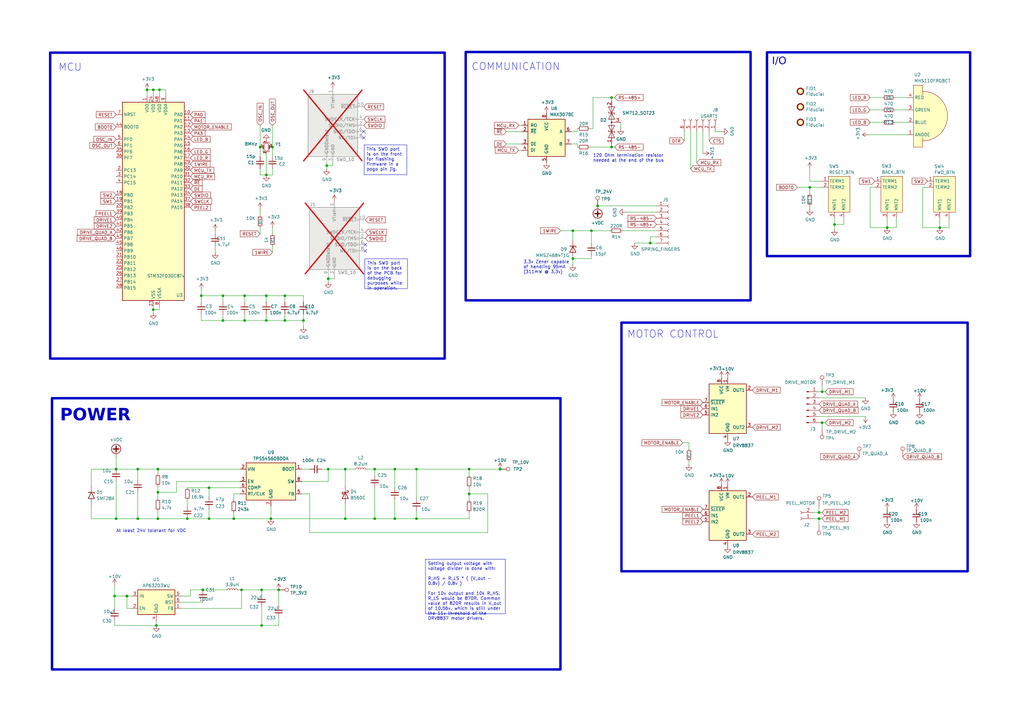
<source format=kicad_sch>
(kicad_sch
	(version 20250114)
	(generator "eeschema")
	(generator_version "9.0")
	(uuid "e502d1d5-04b0-4d4b-b5c3-8c52d09668e7")
	(paper "A3")
	(title_block
		(title "LumenPnP Feeder Control Board")
		(rev "09")
		(company "Opulo, Inc.")
	)
	
	(rectangle
		(start 21.336 163.322)
		(end 229.87 274.574)
		(stroke
			(width 1)
			(type solid)
		)
		(fill
			(type none)
		)
		(uuid 0af476ec-df83-4727-9258-d6b49cfa8bb8)
	)
	(rectangle
		(start 314.579 21.463)
		(end 397.891 105.029)
		(stroke
			(width 1)
			(type solid)
		)
		(fill
			(type none)
		)
		(uuid 6acc270c-8e56-40e8-9b2a-40d0340021c0)
	)
	(rectangle
		(start 20.574 21.59)
		(end 182.372 147.066)
		(stroke
			(width 1)
			(type solid)
		)
		(fill
			(type none)
		)
		(uuid c1b2dac0-d14f-478b-91b7-aa97f9354bae)
	)
	(rectangle
		(start 191.008 21.336)
		(end 307.848 123.19)
		(stroke
			(width 1)
			(type solid)
		)
		(fill
			(type none)
		)
		(uuid c7c3a9cf-d586-4ca0-ab96-4d09cdc57d94)
	)
	(rectangle
		(start 254.889 132.334)
		(end 396.875 234.315)
		(stroke
			(width 1)
			(type solid)
		)
		(fill
			(type none)
		)
		(uuid da793d71-b009-443e-b40e-e9bc085f243f)
	)
	(text "I/O"
		(exclude_from_sim no)
		(at 316.611 27.813 0)
		(effects
			(font
				(face "Figtree")
				(size 3 3)
			)
			(justify left bottom)
		)
		(uuid "0dfdfa9f-1e3f-4e14-b64b-12bde76a80c7")
	)
	(text "COMMUNICATION"
		(exclude_from_sim no)
		(at 193.294 29.21 0)
		(effects
			(font
				(size 3 3)
			)
			(justify left bottom)
		)
		(uuid "2de1ffee-2174-41d2-8969-68b8d21e5a7d")
	)
	(text "MOTOR CONTROL"
		(exclude_from_sim no)
		(at 257.175 138.938 0)
		(effects
			(font
				(size 3 3)
			)
			(justify left bottom)
		)
		(uuid "3a41dd27-ec14-44d5-b505-aad1d829f79a")
	)
	(text "POWER"
		(exclude_from_sim no)
		(at 24.638 174.752 0)
		(effects
			(font
				(face "Figtree")
				(size 5 5)
				(bold yes)
			)
			(justify left bottom)
		)
		(uuid "7c2008c8-0626-4a09-a873-065e83502a0e")
	)
	(text "3.3v Zener capable\nof handling 95mA \n(311mW @ 3.3v)"
		(exclude_from_sim no)
		(at 214.63 112.395 0)
		(effects
			(font
				(size 1.27 1.27)
			)
			(justify left bottom)
		)
		(uuid "9a3a02bd-0635-40d4-a84c-ef641926e224")
	)
	(text "At least 24V tolerant for VDC\n"
		(exclude_from_sim no)
		(at 47.625 218.567 0)
		(effects
			(font
				(size 1.27 1.27)
			)
			(justify left bottom)
		)
		(uuid "aa130053-a451-4f12-97f7-3d4d891a5f83")
	)
	(text "MCU"
		(exclude_from_sim no)
		(at 23.876 29.464 0)
		(effects
			(font
				(size 3 3)
			)
			(justify left bottom)
		)
		(uuid "e7d81bce-286e-41e4-9181-3511e9c0455e")
	)
	(text "120 Ohm termination resistor\nneeded at the end of the bus"
		(exclude_from_sim no)
		(at 243.205 66.675 0)
		(effects
			(font
				(size 1.27 1.27)
			)
			(justify left bottom)
		)
		(uuid "f8214a7a-a440-480f-92e1-82e22ae70c7a")
	)
	(text_box "Setting output voltage with voltage divider is done with:\n\nR_HS = R_LS * ( (V_out - 0.8v) / 0.8v )\n\nFor 10v output and 10k R_HS, R_LS would be 870R. Common value of 820R results in V_out of 10.56v, which is still under the 11v threshold of the DRV8837 motor drivers. "
		(exclude_from_sim no)
		(at 174.498 229.362 0)
		(size 32.766 22.352)
		(margins 0.9525 0.9525 0.9525 0.9525)
		(stroke
			(width 0)
			(type solid)
		)
		(fill
			(type none)
		)
		(effects
			(font
				(size 1.27 1.27)
			)
			(justify left top)
		)
		(uuid "37246584-0222-400c-accb-b4f7df623634")
	)
	(text_box "This SWD port is on the back of the PCB for debugging purposes while in operation."
		(exclude_from_sim no)
		(at 149.606 106.172 0)
		(size 17.526 12.192)
		(margins 0.9525 0.9525 0.9525 0.9525)
		(stroke
			(width 0)
			(type solid)
		)
		(fill
			(type none)
		)
		(effects
			(font
				(size 1.27 1.27)
			)
			(justify left top)
		)
		(uuid "adcb7ccf-1eec-4bc9-ad30-59fef8617240")
	)
	(text_box "This SWD port is on the front for flashing firmware in a pogo pin jig."
		(exclude_from_sim no)
		(at 149.352 59.436 0)
		(size 17.526 12.192)
		(margins 0.9525 0.9525 0.9525 0.9525)
		(stroke
			(width 0)
			(type solid)
		)
		(fill
			(type none)
		)
		(effects
			(font
				(size 1.27 1.27)
			)
			(justify left top)
		)
		(uuid "c41b86bc-457b-4e62-8ad5-47acf91f4469")
	)
	(junction
		(at 64.77 192.405)
		(diameter 0)
		(color 0 0 0 0)
		(uuid "0a11c340-f2c9-45e0-bb6b-f69b9b8466da")
	)
	(junction
		(at 91.44 121.285)
		(diameter 0)
		(color 0 0 0 0)
		(uuid "113900c7-fee9-477c-9098-c052d12a2e80")
	)
	(junction
		(at 250.825 60.325)
		(diameter 0)
		(color 0 0 0 0)
		(uuid "1f9f3af8-18d5-4711-ac12-7bbfb2cb3fdb")
	)
	(junction
		(at 134.62 192.405)
		(diameter 0)
		(color 0 0 0 0)
		(uuid "27b6acc7-c0f9-43a2-8f6a-f2d61ea69b90")
	)
	(junction
		(at 234.95 94.615)
		(diameter 0)
		(color 0 0 0 0)
		(uuid "2a27d010-1987-433b-87a4-5d327814f4d5")
	)
	(junction
		(at 52.07 244.475)
		(diameter 0)
		(color 0 0 0 0)
		(uuid "2bdf4761-f7e9-40b9-8208-378b51aa4c9d")
	)
	(junction
		(at 153.67 192.405)
		(diameter 0)
		(color 0 0 0 0)
		(uuid "2e0b33d6-08ff-4978-bc36-da148b707ad8")
	)
	(junction
		(at 124.46 131.445)
		(diameter 0)
		(color 0 0 0 0)
		(uuid "2e5a84c5-c49d-40ad-9d64-a881651edcde")
	)
	(junction
		(at 85.725 212.725)
		(diameter 0)
		(color 0 0 0 0)
		(uuid "2ee572f6-92bf-4165-87f0-70d44f5edc1c")
	)
	(junction
		(at 385.445 93.345)
		(diameter 0)
		(color 0 0 0 0)
		(uuid "360b8de9-6b6b-4819-b5bd-167639bc6e11")
	)
	(junction
		(at 337.185 160.655)
		(diameter 0)
		(color 0 0 0 0)
		(uuid "3874dde3-d400-407f-a55a-bfcbd774484f")
	)
	(junction
		(at 106.68 60.325)
		(diameter 0)
		(color 0 0 0 0)
		(uuid "3d416885-b8b5-4f5c-bc29-39c6376095e8")
	)
	(junction
		(at 100.33 121.285)
		(diameter 0)
		(color 0 0 0 0)
		(uuid "47adfbd7-b367-4549-9f78-8c4971819ce9")
	)
	(junction
		(at 245.11 84.455)
		(diameter 0)
		(color 0 0 0 0)
		(uuid "4c77840e-a68d-4851-aab7-283f2ae9531d")
	)
	(junction
		(at 111.76 60.325)
		(diameter 0)
		(color 0 0 0 0)
		(uuid "4d967454-338c-4b89-8534-9457e15bf2f2")
	)
	(junction
		(at 342.265 92.075)
		(diameter 0)
		(color 0 0 0 0)
		(uuid "4f89160e-5d58-442c-b833-bec364784a70")
	)
	(junction
		(at 107.315 241.935)
		(diameter 0)
		(color 0 0 0 0)
		(uuid "5861d166-04cc-4e91-815a-8eb619711dab")
	)
	(junction
		(at 335.915 210.185)
		(diameter 0)
		(color 0 0 0 0)
		(uuid "58aabcd6-3f35-4aba-9b7d-51d325cb43f9")
	)
	(junction
		(at 170.815 192.405)
		(diameter 0)
		(color 0 0 0 0)
		(uuid "5a88bc18-c92d-4257-9e25-fb319ffd03e1")
	)
	(junction
		(at 64.77 201.93)
		(diameter 0)
		(color 0 0 0 0)
		(uuid "5b05b468-30e9-4e8c-b5bf-4e14c894df22")
	)
	(junction
		(at 116.84 121.285)
		(diameter 0)
		(color 0 0 0 0)
		(uuid "5b281001-db6f-4edb-88f9-5b2dca8fb97a")
	)
	(junction
		(at 234.95 106.045)
		(diameter 0)
		(color 0 0 0 0)
		(uuid "618ae6b4-8716-4eac-ac4b-02b9fa4b1b70")
	)
	(junction
		(at 64.77 212.725)
		(diameter 0)
		(color 0 0 0 0)
		(uuid "632fd68d-9943-4cda-b67e-329f74178508")
	)
	(junction
		(at 116.84 131.445)
		(diameter 0)
		(color 0 0 0 0)
		(uuid "63d5f620-a465-4113-93fa-45d64002dff3")
	)
	(junction
		(at 111.125 212.725)
		(diameter 0)
		(color 0 0 0 0)
		(uuid "64bad1cb-bb4c-423b-a8dc-83cc09583ecd")
	)
	(junction
		(at 76.835 212.725)
		(diameter 0)
		(color 0 0 0 0)
		(uuid "657bc655-710e-41fb-b7d3-aa6ed8587363")
	)
	(junction
		(at 99.06 241.935)
		(diameter 0)
		(color 0 0 0 0)
		(uuid "6cf6a0e1-75e3-48bf-a76e-5b473a63a9e3")
	)
	(junction
		(at 363.855 93.345)
		(diameter 0)
		(color 0 0 0 0)
		(uuid "6d38910a-1548-4b4d-92bd-668b6d6876e6")
	)
	(junction
		(at 170.815 212.725)
		(diameter 0)
		(color 0 0 0 0)
		(uuid "76c5381d-3a90-4c7d-96b0-936d61960f48")
	)
	(junction
		(at 109.22 121.285)
		(diameter 0)
		(color 0 0 0 0)
		(uuid "7ac32368-3407-4e28-86f9-6b7f10ab2dcc")
	)
	(junction
		(at 153.67 212.725)
		(diameter 0)
		(color 0 0 0 0)
		(uuid "7b743f00-5c36-47bb-9a3a-e719cea49191")
	)
	(junction
		(at 332.105 76.835)
		(diameter 0)
		(color 0 0 0 0)
		(uuid "7e3af848-7686-498c-bed7-8bb3de86f2e0")
	)
	(junction
		(at 133.985 67.945)
		(diameter 0)
		(color 0 0 0 0)
		(uuid "818e6ca1-9b10-4d24-a98f-05f907ff65f3")
	)
	(junction
		(at 85.725 200.025)
		(diameter 0)
		(color 0 0 0 0)
		(uuid "83ce9151-70d8-452c-b77c-61d0f0170895")
	)
	(junction
		(at 65.405 36.83)
		(diameter 0)
		(color 0 0 0 0)
		(uuid "86991917-408a-4b58-a41e-41df39bbf5c0")
	)
	(junction
		(at 134.62 114.3)
		(diameter 0)
		(color 0 0 0 0)
		(uuid "89a8e170-a222-41c0-b545-c9f4c5604011")
	)
	(junction
		(at 161.925 192.405)
		(diameter 0)
		(color 0 0 0 0)
		(uuid "8c283a90-1668-4ada-8fec-4b5edf4eac59")
	)
	(junction
		(at 205.105 192.405)
		(diameter 0)
		(color 0 0 0 0)
		(uuid "8fb4c404-21e3-4259-b029-7b048628e7b3")
	)
	(junction
		(at 82.55 121.285)
		(diameter 0)
		(color 0 0 0 0)
		(uuid "95f39bc9-c673-49e3-92ec-b5500e23e399")
	)
	(junction
		(at 109.22 131.445)
		(diameter 0)
		(color 0 0 0 0)
		(uuid "9732291a-c53b-4680-923d-20acf53461ed")
	)
	(junction
		(at 109.22 71.755)
		(diameter 0)
		(color 0 0 0 0)
		(uuid "97dcf785-3264-40a1-a36e-8842acab24fb")
	)
	(junction
		(at 46.99 244.475)
		(diameter 0)
		(color 0 0 0 0)
		(uuid "9c1e8354-6904-4af7-97f7-9704e9abad0a")
	)
	(junction
		(at 141.605 212.725)
		(diameter 0)
		(color 0 0 0 0)
		(uuid "9db309c7-4d4a-4e65-a79e-ad9ea913390b")
	)
	(junction
		(at 161.925 212.725)
		(diameter 0)
		(color 0 0 0 0)
		(uuid "9ef4bb0c-8593-499d-9cfe-8b09c58a4893")
	)
	(junction
		(at 335.915 212.725)
		(diameter 0)
		(color 0 0 0 0)
		(uuid "a05d98cc-4f88-4d90-806f-7869a19ab035")
	)
	(junction
		(at 114.3 241.935)
		(diameter 0)
		(color 0 0 0 0)
		(uuid "a2499a94-8a28-4f0b-aa30-c2331367f0a3")
	)
	(junction
		(at 62.865 127)
		(diameter 0)
		(color 0 0 0 0)
		(uuid "a9f53418-d643-4857-a9c3-3bf85643f595")
	)
	(junction
		(at 337.185 173.355)
		(diameter 0)
		(color 0 0 0 0)
		(uuid "af0df4b4-f71d-4f30-a800-b551d9c46fc2")
	)
	(junction
		(at 250.825 40.005)
		(diameter 0)
		(color 0 0 0 0)
		(uuid "b06f7add-c117-486b-83ec-a0ebb76a7584")
	)
	(junction
		(at 242.57 94.615)
		(diameter 0)
		(color 0 0 0 0)
		(uuid "b4b203c8-682c-4931-b5cd-67b3510b2e95")
	)
	(junction
		(at 56.515 212.725)
		(diameter 0)
		(color 0 0 0 0)
		(uuid "b6528694-5429-4041-9dad-aa3eec1ca4d6")
	)
	(junction
		(at 266.7 99.695)
		(diameter 0)
		(color 0 0 0 0)
		(uuid "bd476cda-6d5c-4446-8e4f-80117744bce7")
	)
	(junction
		(at 100.33 131.445)
		(diameter 0)
		(color 0 0 0 0)
		(uuid "c5b2c1af-445b-408b-a466-07d3bb8715df")
	)
	(junction
		(at 107.315 256.54)
		(diameter 0)
		(color 0 0 0 0)
		(uuid "c6d91fe5-326d-4625-9da7-79ce1b02a010")
	)
	(junction
		(at 91.44 131.445)
		(diameter 0)
		(color 0 0 0 0)
		(uuid "c77880e9-d3a9-4a2a-a02f-695ec9d93a45")
	)
	(junction
		(at 47.625 212.725)
		(diameter 0)
		(color 0 0 0 0)
		(uuid "ca717cb9-4b18-44f0-b7dc-539d46770dca")
	)
	(junction
		(at 47.625 192.405)
		(diameter 0)
		(color 0 0 0 0)
		(uuid "ccc76008-2a54-4379-a025-c602b71af458")
	)
	(junction
		(at 192.405 202.565)
		(diameter 0)
		(color 0 0 0 0)
		(uuid "d212511d-d2d9-4385-8175-91ccb13d73e3")
	)
	(junction
		(at 83.185 241.935)
		(diameter 0)
		(color 0 0 0 0)
		(uuid "d254d8cc-3e33-422f-98b0-7196420f4ca7")
	)
	(junction
		(at 95.885 212.725)
		(diameter 0)
		(color 0 0 0 0)
		(uuid "d260b254-694f-432d-96e1-2f8378c5341a")
	)
	(junction
		(at 56.515 192.405)
		(diameter 0)
		(color 0 0 0 0)
		(uuid "d6e51866-3560-421a-b443-ff7a0b567fb3")
	)
	(junction
		(at 141.605 192.405)
		(diameter 0)
		(color 0 0 0 0)
		(uuid "e442a1f6-ca67-47aa-b039-b249ee7f6a3d")
	)
	(junction
		(at 62.865 36.83)
		(diameter 0)
		(color 0 0 0 0)
		(uuid "e48867e4-eedb-4332-83b4-c72eaf15527f")
	)
	(junction
		(at 64.135 256.54)
		(diameter 0)
		(color 0 0 0 0)
		(uuid "ec98957b-597a-4a95-9d8d-21132d5bb96d")
	)
	(junction
		(at 60.325 36.83)
		(diameter 0)
		(color 0 0 0 0)
		(uuid "f88361b9-af1a-41d5-a23f-c8d49c3b2446")
	)
	(junction
		(at 192.405 192.405)
		(diameter 0)
		(color 0 0 0 0)
		(uuid "fc2f642a-b0bf-403c-aa26-b1319c8058e2")
	)
	(no_connect
		(at 149.225 56.515)
		(uuid "12ebeff9-0572-480d-b1e5-07e8db18fe15")
	)
	(no_connect
		(at 149.225 53.975)
		(uuid "7379d2cc-7690-46c5-8d23-66438fdfabf8")
	)
	(no_connect
		(at 149.86 100.33)
		(uuid "c7df8431-dcf5-4ab4-b8f8-21c1cafc5246")
	)
	(no_connect
		(at 149.86 102.87)
		(uuid "d38aa458-d7c4-47af-ba08-2b6be506a3fd")
	)
	(wire
		(pts
			(xy 335.915 173.355) (xy 337.185 173.355)
		)
		(stroke
			(width 0)
			(type default)
		)
		(uuid "007adb57-4193-4514-bc4f-844e27c34d63")
	)
	(wire
		(pts
			(xy 127 202.565) (xy 123.825 202.565)
		)
		(stroke
			(width 0)
			(type default)
		)
		(uuid "00b80deb-9168-4989-8003-0d7650e45eb0")
	)
	(wire
		(pts
			(xy 37.465 199.39) (xy 37.465 192.405)
		)
		(stroke
			(width 0)
			(type default)
		)
		(uuid "043f425d-0d90-420f-97b8-0d90733d6e69")
	)
	(wire
		(pts
			(xy 346.075 89.535) (xy 346.075 92.075)
		)
		(stroke
			(width 0)
			(type default)
		)
		(uuid "04426a18-71c7-4bcc-a0f2-821093a7df98")
	)
	(wire
		(pts
			(xy 134.62 192.405) (xy 132.08 192.405)
		)
		(stroke
			(width 0)
			(type default)
		)
		(uuid "047be9c8-4730-4303-bf2e-08e04fa3b546")
	)
	(wire
		(pts
			(xy 114.3 253.365) (xy 114.3 256.54)
		)
		(stroke
			(width 0)
			(type default)
		)
		(uuid "04ea812f-bd59-4889-bb9d-870431aa5ebc")
	)
	(wire
		(pts
			(xy 161.925 205.105) (xy 161.925 212.725)
		)
		(stroke
			(width 0)
			(type default)
		)
		(uuid "05563675-ecbb-46d5-8cd0-ed87ac122a19")
	)
	(wire
		(pts
			(xy 243.205 52.705) (xy 243.205 40.005)
		)
		(stroke
			(width 0)
			(type default)
		)
		(uuid "05a65167-73d2-43bf-8621-a8c7c159c7ad")
	)
	(wire
		(pts
			(xy 47.625 192.405) (xy 56.515 192.405)
		)
		(stroke
			(width 0)
			(type default)
		)
		(uuid "067fb48c-eb68-410c-9a8c-6318e8191042")
	)
	(wire
		(pts
			(xy 106.68 85.725) (xy 106.68 88.265)
		)
		(stroke
			(width 0)
			(type default)
		)
		(uuid "086beb78-9538-4601-b688-2f14d6668604")
	)
	(wire
		(pts
			(xy 282.575 189.23) (xy 282.575 190.5)
		)
		(stroke
			(width 0)
			(type default)
		)
		(uuid "08b72a86-b4a7-454d-85da-fbaf7a30b70a")
	)
	(wire
		(pts
			(xy 242.57 104.775) (xy 242.57 106.045)
		)
		(stroke
			(width 0)
			(type default)
		)
		(uuid "0cfb7355-0f26-413b-8a26-1c70ccbb7541")
	)
	(wire
		(pts
			(xy 109.22 121.285) (xy 109.22 123.825)
		)
		(stroke
			(width 0)
			(type default)
		)
		(uuid "0e7805a7-947d-4328-86a7-af4cb49cc98d")
	)
	(wire
		(pts
			(xy 60.325 36.83) (xy 60.325 39.37)
		)
		(stroke
			(width 0)
			(type default)
		)
		(uuid "0ed95166-3513-4fa2-9cd1-51b7ebe3ff2b")
	)
	(wire
		(pts
			(xy 85.725 208.915) (xy 85.725 212.725)
		)
		(stroke
			(width 0)
			(type default)
		)
		(uuid "108db8b7-99d3-4fa3-89f1-9c88a64b111a")
	)
	(wire
		(pts
			(xy 133.985 67.945) (xy 133.985 66.675)
		)
		(stroke
			(width 0)
			(type default)
		)
		(uuid "196f058e-8f27-44e0-b0fd-f8cc62686315")
	)
	(wire
		(pts
			(xy 95.885 210.185) (xy 95.885 212.725)
		)
		(stroke
			(width 0)
			(type default)
		)
		(uuid "19a99cb5-55a2-4b90-b04a-0a4ba37af180")
	)
	(wire
		(pts
			(xy 234.315 53.975) (xy 236.855 53.975)
		)
		(stroke
			(width 0)
			(type default)
		)
		(uuid "19b8b40d-8ec2-4dbf-9b1c-df901e2aebee")
	)
	(wire
		(pts
			(xy 91.44 121.285) (xy 91.44 123.825)
		)
		(stroke
			(width 0)
			(type default)
		)
		(uuid "1a7e5c27-d968-4aa8-9438-2b4cba0b3814")
	)
	(wire
		(pts
			(xy 82.55 128.905) (xy 82.55 131.445)
		)
		(stroke
			(width 0)
			(type default)
		)
		(uuid "1f8087d2-5625-40fe-b375-96eed84c60b3")
	)
	(wire
		(pts
			(xy 356.87 50.165) (xy 361.95 50.165)
		)
		(stroke
			(width 0)
			(type default)
		)
		(uuid "20cd7b61-1792-48f3-963e-4d8d9aade6d3")
	)
	(wire
		(pts
			(xy 335.915 212.725) (xy 337.185 212.725)
		)
		(stroke
			(width 0)
			(type default)
		)
		(uuid "2346c7c0-aade-4bb6-9033-7a0e6e2d664a")
	)
	(wire
		(pts
			(xy 254.635 50.165) (xy 254.635 52.705)
		)
		(stroke
			(width 0)
			(type default)
		)
		(uuid "234bbbbb-d2bf-42b2-8866-b90d79e694be")
	)
	(wire
		(pts
			(xy 234.95 94.615) (xy 234.95 98.425)
		)
		(stroke
			(width 0)
			(type default)
		)
		(uuid "264a52aa-1ec2-4d99-b980-03bbcc0c20f6")
	)
	(wire
		(pts
			(xy 332.105 76.835) (xy 332.105 79.375)
		)
		(stroke
			(width 0)
			(type default)
		)
		(uuid "27f20f52-9431-4e60-a894-1ea89f12d744")
	)
	(wire
		(pts
			(xy 111.76 93.345) (xy 111.76 95.885)
		)
		(stroke
			(width 0)
			(type default)
		)
		(uuid "28e85b04-58a7-4729-846f-f53de1924a61")
	)
	(wire
		(pts
			(xy 111.76 71.755) (xy 109.22 71.755)
		)
		(stroke
			(width 0)
			(type default)
		)
		(uuid "29bb7297-26fb-4776-9266-2355d022bab0")
	)
	(wire
		(pts
			(xy 64.77 199.39) (xy 64.77 201.93)
		)
		(stroke
			(width 0)
			(type default)
		)
		(uuid "2a4debd9-ddf8-4c6a-b1e1-c6e21bf905be")
	)
	(wire
		(pts
			(xy 153.67 200.025) (xy 153.67 212.725)
		)
		(stroke
			(width 0)
			(type default)
		)
		(uuid "2cda1d5f-d56d-4076-a660-5de5ed44d108")
	)
	(wire
		(pts
			(xy 234.315 59.055) (xy 236.855 59.055)
		)
		(stroke
			(width 0)
			(type default)
		)
		(uuid "2d958099-6dfa-46ea-b41e-6037acd45247")
	)
	(wire
		(pts
			(xy 106.68 95.885) (xy 106.68 93.345)
		)
		(stroke
			(width 0)
			(type default)
		)
		(uuid "2ed77dab-9d3c-4561-bfa6-92dc6a7e27b7")
	)
	(wire
		(pts
			(xy 100.33 121.285) (xy 91.44 121.285)
		)
		(stroke
			(width 0)
			(type default)
		)
		(uuid "30ed1b00-f151-4615-9987-7ee76b56e64c")
	)
	(wire
		(pts
			(xy 141.605 207.01) (xy 141.605 212.725)
		)
		(stroke
			(width 0)
			(type default)
		)
		(uuid "338f5b36-fec3-4784-bda9-e88738624264")
	)
	(wire
		(pts
			(xy 356.87 40.005) (xy 361.95 40.005)
		)
		(stroke
			(width 0)
			(type default)
		)
		(uuid "33a4eb83-0d2c-406f-ab28-99b6918e5303")
	)
	(wire
		(pts
			(xy 242.57 94.615) (xy 250.19 94.615)
		)
		(stroke
			(width 0)
			(type default)
		)
		(uuid "34954b0f-fb02-4ff6-9ce7-25b9223e3851")
	)
	(wire
		(pts
			(xy 65.405 127) (xy 62.865 127)
		)
		(stroke
			(width 0)
			(type default)
		)
		(uuid "35191c61-6219-4b58-a635-bfbae1d69e49")
	)
	(wire
		(pts
			(xy 241.935 52.705) (xy 243.205 52.705)
		)
		(stroke
			(width 0)
			(type default)
		)
		(uuid "3524ecb0-97b9-4304-827a-d7b8e064f330")
	)
	(wire
		(pts
			(xy 109.22 71.755) (xy 106.68 71.755)
		)
		(stroke
			(width 0)
			(type default)
		)
		(uuid "363945f6-fbef-42be-99cf-4a8a48434d92")
	)
	(wire
		(pts
			(xy 74.295 244.475) (xy 78.105 244.475)
		)
		(stroke
			(width 0)
			(type default)
		)
		(uuid "36511202-dc55-4acd-a370-a36b665c80ee")
	)
	(wire
		(pts
			(xy 52.07 249.555) (xy 52.07 244.475)
		)
		(stroke
			(width 0)
			(type default)
		)
		(uuid "37781503-e727-44d7-8faa-b647ade15b28")
	)
	(wire
		(pts
			(xy 109.22 131.445) (xy 116.84 131.445)
		)
		(stroke
			(width 0)
			(type default)
		)
		(uuid "37bf5090-a95c-4995-a668-445ceb7214c6")
	)
	(wire
		(pts
			(xy 293.37 53.975) (xy 295.91 53.975)
		)
		(stroke
			(width 0)
			(type default)
		)
		(uuid "3abb8595-a86a-4e18-95d4-bbaa21ab248c")
	)
	(wire
		(pts
			(xy 56.515 201.93) (xy 56.515 212.725)
		)
		(stroke
			(width 0)
			(type default)
		)
		(uuid "3b0475d0-cbf5-4bd4-a4a1-3761497c58f8")
	)
	(wire
		(pts
			(xy 335.915 207.645) (xy 335.915 210.185)
		)
		(stroke
			(width 0)
			(type default)
		)
		(uuid "3b80c39f-f9b1-46eb-aa34-45fb2d7226c4")
	)
	(wire
		(pts
			(xy 114.3 248.285) (xy 114.3 241.935)
		)
		(stroke
			(width 0)
			(type default)
		)
		(uuid "3da6d541-cb22-4e7f-b4ce-a098e01ab9a1")
	)
	(wire
		(pts
			(xy 91.44 121.285) (xy 82.55 121.285)
		)
		(stroke
			(width 0)
			(type default)
		)
		(uuid "3e38a373-8da1-407a-b339-a0ebf3cd9543")
	)
	(wire
		(pts
			(xy 67.945 36.83) (xy 65.405 36.83)
		)
		(stroke
			(width 0)
			(type default)
		)
		(uuid "3e652d90-86d9-4524-a521-58d816268fdc")
	)
	(wire
		(pts
			(xy 242.57 94.615) (xy 242.57 99.695)
		)
		(stroke
			(width 0)
			(type default)
		)
		(uuid "3e9f6fda-7384-4672-bd7e-31c71416103a")
	)
	(wire
		(pts
			(xy 82.55 121.285) (xy 82.55 123.825)
		)
		(stroke
			(width 0)
			(type default)
		)
		(uuid "41039518-ab12-4164-942e-9d532ed7d4ce")
	)
	(wire
		(pts
			(xy 385.445 89.535) (xy 385.445 93.345)
		)
		(stroke
			(width 0)
			(type default)
		)
		(uuid "41602b00-6e94-4894-b56f-98bd77b364b8")
	)
	(wire
		(pts
			(xy 335.915 210.185) (xy 337.185 210.185)
		)
		(stroke
			(width 0)
			(type default)
		)
		(uuid "4175377a-20f0-4495-a3ce-dde2745deae2")
	)
	(wire
		(pts
			(xy 64.77 192.405) (xy 98.425 192.405)
		)
		(stroke
			(width 0)
			(type default)
		)
		(uuid "417fab29-e49d-4a0a-9cb3-f3783b14c487")
	)
	(wire
		(pts
			(xy 255.27 94.615) (xy 269.24 94.615)
		)
		(stroke
			(width 0)
			(type default)
		)
		(uuid "424df7b4-ab1e-47d1-9637-42e002bda87f")
	)
	(wire
		(pts
			(xy 133.985 69.215) (xy 133.985 67.945)
		)
		(stroke
			(width 0)
			(type default)
		)
		(uuid "43cfb8fd-8455-45c8-8b72-d7070ac63b03")
	)
	(wire
		(pts
			(xy 236.855 59.055) (xy 236.855 60.325)
		)
		(stroke
			(width 0)
			(type default)
		)
		(uuid "43ef24d0-cd9f-4134-9722-e9379b7a261c")
	)
	(wire
		(pts
			(xy 64.77 212.725) (xy 76.835 212.725)
		)
		(stroke
			(width 0)
			(type default)
		)
		(uuid "46162155-f844-4b3c-ab2d-ee8ea96b292a")
	)
	(wire
		(pts
			(xy 123.825 192.405) (xy 127 192.405)
		)
		(stroke
			(width 0)
			(type default)
		)
		(uuid "46b11089-e9e5-48b0-bde2-223c5110a86e")
	)
	(wire
		(pts
			(xy 282.575 184.15) (xy 282.575 181.61)
		)
		(stroke
			(width 0)
			(type default)
		)
		(uuid "46c7da43-7282-47b5-9035-d0ab5ba0193c")
	)
	(wire
		(pts
			(xy 234.95 106.045) (xy 234.95 108.585)
		)
		(stroke
			(width 0)
			(type default)
		)
		(uuid "4ac81c01-2fbe-4eea-a4bc-d312c411d967")
	)
	(wire
		(pts
			(xy 367.03 45.085) (xy 372.11 45.085)
		)
		(stroke
			(width 0)
			(type default)
		)
		(uuid "4c99f535-4d67-48bf-a535-a47273d7f1e1")
	)
	(wire
		(pts
			(xy 124.46 128.905) (xy 124.46 131.445)
		)
		(stroke
			(width 0)
			(type default)
		)
		(uuid "4d2e2ab9-2ede-490e-9868-917e398d3f21")
	)
	(wire
		(pts
			(xy 46.99 256.54) (xy 46.99 254.635)
		)
		(stroke
			(width 0)
			(type default)
		)
		(uuid "4f0ea273-680f-435e-9ba0-c684f05a5a80")
	)
	(wire
		(pts
			(xy 124.46 121.285) (xy 116.84 121.285)
		)
		(stroke
			(width 0)
			(type default)
		)
		(uuid "4f193a53-22fc-4bdb-91a6-d025521c77bf")
	)
	(wire
		(pts
			(xy 266.7 97.155) (xy 269.24 97.155)
		)
		(stroke
			(width 0)
			(type default)
		)
		(uuid "50377fe5-73b3-4fc5-867c-37d32c8c82d2")
	)
	(wire
		(pts
			(xy 37.465 212.725) (xy 47.625 212.725)
		)
		(stroke
			(width 0)
			(type default)
		)
		(uuid "50a62deb-20ef-4d35-96fb-3e659f45d87d")
	)
	(wire
		(pts
			(xy 212.725 61.595) (xy 213.995 61.595)
		)
		(stroke
			(width 0)
			(type default)
		)
		(uuid "50d8e518-6cf5-481d-a06a-4968034ca40f")
	)
	(wire
		(pts
			(xy 85.725 200.025) (xy 85.725 203.835)
		)
		(stroke
			(width 0)
			(type default)
		)
		(uuid "52639c1a-372a-4514-af8e-78cb6040c01e")
	)
	(wire
		(pts
			(xy 243.205 40.005) (xy 250.825 40.005)
		)
		(stroke
			(width 0)
			(type default)
		)
		(uuid "5613b369-ad9d-4695-832c-630a71101ab8")
	)
	(wire
		(pts
			(xy 161.925 212.725) (xy 153.67 212.725)
		)
		(stroke
			(width 0)
			(type default)
		)
		(uuid "57e6b913-430c-4c5e-87a3-7f596a538044")
	)
	(wire
		(pts
			(xy 153.67 192.405) (xy 153.67 194.945)
		)
		(stroke
			(width 0)
			(type default)
		)
		(uuid "590a073c-8a11-4df1-ae83-ea5ab370bd33")
	)
	(wire
		(pts
			(xy 367.03 50.165) (xy 372.11 50.165)
		)
		(stroke
			(width 0)
			(type default)
		)
		(uuid "59773328-4262-47d0-b632-3ca2283404c8")
	)
	(wire
		(pts
			(xy 137.16 114.3) (xy 137.16 113.03)
		)
		(stroke
			(width 0)
			(type default)
		)
		(uuid "59fc765e-1357-4c94-9529-5635418c7d73")
	)
	(wire
		(pts
			(xy 99.06 249.555) (xy 74.295 249.555)
		)
		(stroke
			(width 0)
			(type default)
		)
		(uuid "5a0728eb-1762-4eeb-869e-964d66139aad")
	)
	(wire
		(pts
			(xy 266.7 99.695) (xy 269.24 99.695)
		)
		(stroke
			(width 0)
			(type default)
		)
		(uuid "5aa753e8-567a-4e75-bce7-ff31c80c2785")
	)
	(wire
		(pts
			(xy 46.99 244.475) (xy 46.99 240.03)
		)
		(stroke
			(width 0)
			(type default)
		)
		(uuid "5ad140fc-d625-422d-a24a-89bacc5f78bd")
	)
	(wire
		(pts
			(xy 124.46 131.445) (xy 124.46 133.985)
		)
		(stroke
			(width 0)
			(type default)
		)
		(uuid "5b983a35-af66-44b8-8e8d-d6e8d5052c39")
	)
	(wire
		(pts
			(xy 170.815 212.725) (xy 192.405 212.725)
		)
		(stroke
			(width 0)
			(type default)
		)
		(uuid "5c22f7ba-ae8d-4217-95be-6c64875cbf92")
	)
	(wire
		(pts
			(xy 111.76 64.135) (xy 111.76 60.325)
		)
		(stroke
			(width 0)
			(type default)
		)
		(uuid "5c30b9b4-3014-4f50-9329-27a539b67e01")
	)
	(wire
		(pts
			(xy 107.315 243.84) (xy 107.315 241.935)
		)
		(stroke
			(width 0)
			(type default)
		)
		(uuid "5cd92a0a-4783-4f56-a0e1-97e22b109a56")
	)
	(wire
		(pts
			(xy 170.815 192.405) (xy 170.815 204.47)
		)
		(stroke
			(width 0)
			(type default)
		)
		(uuid "5e1f0ab3-64dc-4ddc-9db7-a02aafebecd7")
	)
	(wire
		(pts
			(xy 37.465 207.01) (xy 37.465 212.725)
		)
		(stroke
			(width 0)
			(type default)
		)
		(uuid "5e382ac1-6525-46ed-ab62-305c894d9b6a")
	)
	(wire
		(pts
			(xy 136.525 67.945) (xy 136.525 66.675)
		)
		(stroke
			(width 0)
			(type default)
		)
		(uuid "5ec35fb6-fbea-4c53-bc7c-52d581e3adb1")
	)
	(wire
		(pts
			(xy 85.725 200.025) (xy 98.425 200.025)
		)
		(stroke
			(width 0)
			(type default)
		)
		(uuid "5f560f46-51df-4924-a1b1-97d48e876e5d")
	)
	(wire
		(pts
			(xy 283.21 53.975) (xy 283.21 69.215)
		)
		(stroke
			(width 0)
			(type default)
		)
		(uuid "5fb9962c-7075-4419-8920-34afb158ea34")
	)
	(wire
		(pts
			(xy 358.775 76.835) (xy 356.87 76.835)
		)
		(stroke
			(width 0)
			(type default)
		)
		(uuid "60d986d3-5cec-4978-a23a-3eeb4f145f8c")
	)
	(wire
		(pts
			(xy 123.825 197.485) (xy 134.62 197.485)
		)
		(stroke
			(width 0)
			(type default)
		)
		(uuid "6106bdde-f2d7-4c29-8929-65f4ef094858")
	)
	(wire
		(pts
			(xy 337.185 173.355) (xy 338.455 173.355)
		)
		(stroke
			(width 0)
			(type default)
		)
		(uuid "61204310-07db-4e05-b4f8-d9824a5d9a04")
	)
	(wire
		(pts
			(xy 127 218.44) (xy 127 202.565)
		)
		(stroke
			(width 0)
			(type default)
		)
		(uuid "63388c35-25f4-47ee-ae61-80ef96324c05")
	)
	(wire
		(pts
			(xy 47.625 212.725) (xy 56.515 212.725)
		)
		(stroke
			(width 0)
			(type default)
		)
		(uuid "645ddaae-e8bc-46d8-86d0-33dcea6732ef")
	)
	(wire
		(pts
			(xy 389.255 93.345) (xy 385.445 93.345)
		)
		(stroke
			(width 0)
			(type default)
		)
		(uuid "64e3c68b-f4f6-4c70-87d5-183309f79aeb")
	)
	(wire
		(pts
			(xy 288.29 53.975) (xy 288.29 62.865)
		)
		(stroke
			(width 0)
			(type default)
		)
		(uuid "67d6f90c-783e-4f0c-af06-9383169c670c")
	)
	(wire
		(pts
			(xy 78.105 244.475) (xy 78.105 241.935)
		)
		(stroke
			(width 0)
			(type default)
		)
		(uuid "6836cb1a-1a88-4ed2-9baa-bf7aeda520c8")
	)
	(wire
		(pts
			(xy 78.105 241.935) (xy 83.185 241.935)
		)
		(stroke
			(width 0)
			(type default)
		)
		(uuid "6945cbad-9cb8-4410-be98-d2f8da5efd2f")
	)
	(wire
		(pts
			(xy 83.185 241.935) (xy 92.71 241.935)
		)
		(stroke
			(width 0)
			(type default)
		)
		(uuid "6af9de96-a88f-4970-9e35-3edb3f6677c1")
	)
	(wire
		(pts
			(xy 107.315 256.54) (xy 64.135 256.54)
		)
		(stroke
			(width 0)
			(type default)
		)
		(uuid "6ca7e2b7-1654-4727-b389-b817b67eee0e")
	)
	(wire
		(pts
			(xy 192.405 192.405) (xy 205.105 192.405)
		)
		(stroke
			(width 0)
			(type default)
		)
		(uuid "6d271217-62d8-43ba-a8e2-467098dd78b6")
	)
	(wire
		(pts
			(xy 76.835 205.105) (xy 76.835 207.645)
		)
		(stroke
			(width 0)
			(type default)
		)
		(uuid "6e1156bb-3b77-4dd0-9ddf-6d4fe0256cc2")
	)
	(wire
		(pts
			(xy 250.825 60.325) (xy 252.095 60.325)
		)
		(stroke
			(width 0)
			(type default)
		)
		(uuid "6e523d02-f914-47b9-adc4-a676cbc34590")
	)
	(wire
		(pts
			(xy 47.625 197.485) (xy 47.625 212.725)
		)
		(stroke
			(width 0)
			(type default)
		)
		(uuid "6ec4c770-5790-43a9-9251-e32d2ea4c045")
	)
	(wire
		(pts
			(xy 95.885 212.725) (xy 111.125 212.725)
		)
		(stroke
			(width 0)
			(type default)
		)
		(uuid "7225f12c-329c-40c1-b5e6-842ed0ed1807")
	)
	(wire
		(pts
			(xy 327.025 76.835) (xy 332.105 76.835)
		)
		(stroke
			(width 0)
			(type default)
		)
		(uuid "72d82a41-2240-4e50-a06e-c5b0040e62c6")
	)
	(wire
		(pts
			(xy 62.865 127) (xy 62.865 128.27)
		)
		(stroke
			(width 0)
			(type default)
		)
		(uuid "73921955-0da0-4b34-93a0-aa5a766bb816")
	)
	(wire
		(pts
			(xy 192.405 194.945) (xy 192.405 192.405)
		)
		(stroke
			(width 0)
			(type default)
		)
		(uuid "7590b662-46f5-4679-bc20-4dc31474d0a0")
	)
	(wire
		(pts
			(xy 150.495 192.405) (xy 153.67 192.405)
		)
		(stroke
			(width 0)
			(type default)
		)
		(uuid "76657c0e-8828-46ac-ba23-75e2afdc4a2b")
	)
	(wire
		(pts
			(xy 389.255 89.535) (xy 389.255 93.345)
		)
		(stroke
			(width 0)
			(type default)
		)
		(uuid "77c46796-3be1-4e9f-b678-a81067d9669f")
	)
	(wire
		(pts
			(xy 356.87 93.345) (xy 363.855 93.345)
		)
		(stroke
			(width 0)
			(type default)
		)
		(uuid "7aca1e67-85ac-4a50-8990-4ceb766fee86")
	)
	(wire
		(pts
			(xy 116.84 131.445) (xy 124.46 131.445)
		)
		(stroke
			(width 0)
			(type default)
		)
		(uuid "7b1d1203-2e7f-4630-9cf2-1cfc3474d2a8")
	)
	(wire
		(pts
			(xy 116.84 121.285) (xy 116.84 123.825)
		)
		(stroke
			(width 0)
			(type default)
		)
		(uuid "7b252f28-d68a-4560-a591-583efc3b4129")
	)
	(wire
		(pts
			(xy 242.57 106.045) (xy 234.95 106.045)
		)
		(stroke
			(width 0)
			(type default)
		)
		(uuid "7b4a5f5a-2237-431c-8c53-4eadf6a07fe2")
	)
	(wire
		(pts
			(xy 62.865 36.83) (xy 62.865 39.37)
		)
		(stroke
			(width 0)
			(type default)
		)
		(uuid "7c74d283-bdae-43a3-97f0-6658ed9ef6d0")
	)
	(wire
		(pts
			(xy 332.105 76.835) (xy 337.185 76.835)
		)
		(stroke
			(width 0)
			(type default)
		)
		(uuid "7d231139-a02c-4a20-85be-b26b4d331423")
	)
	(wire
		(pts
			(xy 106.68 60.325) (xy 106.68 64.135)
		)
		(stroke
			(width 0)
			(type default)
		)
		(uuid "7eb32ed1-4320-49ba-8487-1c88e4824fe3")
	)
	(wire
		(pts
			(xy 200.025 202.565) (xy 192.405 202.565)
		)
		(stroke
			(width 0)
			(type default)
		)
		(uuid "7edcc5a5-a389-40fa-b60b-13a8b069766c")
	)
	(wire
		(pts
			(xy 56.515 192.405) (xy 56.515 196.85)
		)
		(stroke
			(width 0)
			(type default)
		)
		(uuid "7fd3c0d5-6c9e-4431-8077-3d5f1c77b729")
	)
	(wire
		(pts
			(xy 229.87 94.615) (xy 234.95 94.615)
		)
		(stroke
			(width 0)
			(type default)
		)
		(uuid "80cc150c-d11e-41c5-b3f2-54259a3dd91d")
	)
	(wire
		(pts
			(xy 245.11 84.455) (xy 269.24 84.455)
		)
		(stroke
			(width 0)
			(type default)
		)
		(uuid "82d633c1-1fb1-4e7d-ae80-5de8e1fc1bf5")
	)
	(wire
		(pts
			(xy 333.375 212.725) (xy 335.915 212.725)
		)
		(stroke
			(width 0)
			(type default)
		)
		(uuid "844856d3-49ec-4c4a-93c4-7fb2311ad897")
	)
	(wire
		(pts
			(xy 53.975 244.475) (xy 52.07 244.475)
		)
		(stroke
			(width 0)
			(type default)
		)
		(uuid "8497c67b-80c2-4f46-92ca-64441146f093")
	)
	(wire
		(pts
			(xy 380.365 76.835) (xy 378.46 76.835)
		)
		(stroke
			(width 0)
			(type default)
		)
		(uuid "84e58a0e-573b-491b-945a-c48d88b785b5")
	)
	(wire
		(pts
			(xy 333.375 210.185) (xy 335.915 210.185)
		)
		(stroke
			(width 0)
			(type default)
		)
		(uuid "8671ae26-4661-4d93-820d-e3743e87a5c3")
	)
	(wire
		(pts
			(xy 285.75 53.975) (xy 285.75 66.675)
		)
		(stroke
			(width 0)
			(type default)
		)
		(uuid "86d5c54a-5068-485e-a50d-ad0da02622fb")
	)
	(wire
		(pts
			(xy 207.645 53.975) (xy 213.995 53.975)
		)
		(stroke
			(width 0)
			(type default)
		)
		(uuid "86f40da7-a7f6-49d4-b9e2-fea0175270ae")
	)
	(wire
		(pts
			(xy 250.825 40.005) (xy 250.825 41.275)
		)
		(stroke
			(width 0)
			(type default)
		)
		(uuid "87146e53-a954-4976-9c78-608b33df94ef")
	)
	(wire
		(pts
			(xy 100.33 128.905) (xy 100.33 131.445)
		)
		(stroke
			(width 0)
			(type default)
		)
		(uuid "8885a9d9-16dd-4476-9879-de777ac2f14c")
	)
	(wire
		(pts
			(xy 192.405 210.185) (xy 192.405 212.725)
		)
		(stroke
			(width 0)
			(type default)
		)
		(uuid "889af5cb-d2bb-4910-b8ff-60c767f49ffc")
	)
	(wire
		(pts
			(xy 356.87 45.085) (xy 361.95 45.085)
		)
		(stroke
			(width 0)
			(type default)
		)
		(uuid "89403880-e85a-4f3d-9982-8d24fca0af4b")
	)
	(wire
		(pts
			(xy 67.945 39.37) (xy 67.945 36.83)
		)
		(stroke
			(width 0)
			(type default)
		)
		(uuid "8a3237cb-2983-44de-b133-7b3ed98341e3")
	)
	(wire
		(pts
			(xy 346.075 92.075) (xy 342.265 92.075)
		)
		(stroke
			(width 0)
			(type default)
		)
		(uuid "8ac63d2b-b42c-4202-92ae-b149d6e3cb93")
	)
	(wire
		(pts
			(xy 335.915 160.655) (xy 337.185 160.655)
		)
		(stroke
			(width 0)
			(type default)
		)
		(uuid "8c11123f-3da3-46f4-bf33-706523b81ea5")
	)
	(wire
		(pts
			(xy 134.62 197.485) (xy 134.62 192.405)
		)
		(stroke
			(width 0)
			(type default)
		)
		(uuid "8d217cc6-0a96-4e01-a9a9-332288d1d908")
	)
	(wire
		(pts
			(xy 47.625 187.325) (xy 47.625 192.405)
		)
		(stroke
			(width 0)
			(type default)
		)
		(uuid "8dc39b0c-33a6-4fff-9613-7dbf4744c9ca")
	)
	(wire
		(pts
			(xy 356.235 55.245) (xy 372.11 55.245)
		)
		(stroke
			(width 0)
			(type default)
		)
		(uuid "8fa95d81-5a60-4e00-9d35-2d9a6a105c4e")
	)
	(wire
		(pts
			(xy 109.22 121.285) (xy 100.33 121.285)
		)
		(stroke
			(width 0)
			(type default)
		)
		(uuid "90163b9e-76f4-4cca-a78b-6329297265e8")
	)
	(wire
		(pts
			(xy 109.22 62.865) (xy 109.22 71.755)
		)
		(stroke
			(width 0)
			(type default)
		)
		(uuid "90fd611c-300b-48cf-a7c4-0d604953cd00")
	)
	(wire
		(pts
			(xy 133.985 67.945) (xy 136.525 67.945)
		)
		(stroke
			(width 0)
			(type default)
		)
		(uuid "923cb571-19be-4be6-8532-02c9d244b0d5")
	)
	(wire
		(pts
			(xy 134.62 114.3) (xy 134.62 113.03)
		)
		(stroke
			(width 0)
			(type default)
		)
		(uuid "9529c01f-e1cd-40be-b7f0-83780a544249")
	)
	(wire
		(pts
			(xy 116.84 128.905) (xy 116.84 131.445)
		)
		(stroke
			(width 0)
			(type default)
		)
		(uuid "96662d4a-4e07-42c0-bb68-d9c55228c6a7")
	)
	(wire
		(pts
			(xy 134.62 114.3) (xy 137.16 114.3)
		)
		(stroke
			(width 0)
			(type default)
		)
		(uuid "96db52e2-6336-4f5e-846e-528c594d0509")
	)
	(wire
		(pts
			(xy 335.915 163.195) (xy 354.965 163.195)
		)
		(stroke
			(width 0)
			(type default)
		)
		(uuid "97d5aa6b-1d0c-43b4-b602-c1729ec4fae9")
	)
	(wire
		(pts
			(xy 141.605 192.405) (xy 134.62 192.405)
		)
		(stroke
			(width 0)
			(type default)
		)
		(uuid "98917872-45ad-4198-bc5f-4fcfffbb0038")
	)
	(wire
		(pts
			(xy 378.46 93.345) (xy 385.445 93.345)
		)
		(stroke
			(width 0)
			(type default)
		)
		(uuid "9b1a7a66-7e0c-4d81-99ef-2c9bcb706753")
	)
	(wire
		(pts
			(xy 161.925 192.405) (xy 170.815 192.405)
		)
		(stroke
			(width 0)
			(type default)
		)
		(uuid "9ba77724-d460-4afa-8cda-f272d2f7e08b")
	)
	(wire
		(pts
			(xy 192.405 202.565) (xy 192.405 205.105)
		)
		(stroke
			(width 0)
			(type default)
		)
		(uuid "9c2d0ce5-2a5b-480f-b2c6-d5345f64bde2")
	)
	(wire
		(pts
			(xy 100.33 131.445) (xy 109.22 131.445)
		)
		(stroke
			(width 0)
			(type default)
		)
		(uuid "9dadcde9-6013-4b07-9918-daa357dfbff5")
	)
	(wire
		(pts
			(xy 111.125 207.645) (xy 111.125 212.725)
		)
		(stroke
			(width 0)
			(type default)
		)
		(uuid "9f805617-e6d5-437e-9bd1-ab6db7c76824")
	)
	(wire
		(pts
			(xy 170.815 192.405) (xy 192.405 192.405)
		)
		(stroke
			(width 0)
			(type default)
		)
		(uuid "a006836a-5bb7-4047-83f4-ca56bd1c2bf2")
	)
	(wire
		(pts
			(xy 100.33 121.285) (xy 100.33 123.825)
		)
		(stroke
			(width 0)
			(type default)
		)
		(uuid "a092317c-0e85-4f34-834f-a3e0c2a219b8")
	)
	(wire
		(pts
			(xy 64.135 256.54) (xy 46.99 256.54)
		)
		(stroke
			(width 0)
			(type default)
		)
		(uuid "a0bc4999-72e0-4ba3-89ae-b811dc05ff91")
	)
	(wire
		(pts
			(xy 82.55 131.445) (xy 91.44 131.445)
		)
		(stroke
			(width 0)
			(type default)
		)
		(uuid "a267e37e-770f-4c23-9f37-cd9a8e6e2c3d")
	)
	(wire
		(pts
			(xy 106.68 51.435) (xy 106.68 60.325)
		)
		(stroke
			(width 0)
			(type default)
		)
		(uuid "a6706c54-6a82-42d1-a6c9-48341690e19d")
	)
	(wire
		(pts
			(xy 161.925 192.405) (xy 161.925 200.025)
		)
		(stroke
			(width 0)
			(type default)
		)
		(uuid "ab5f8cf3-9452-4ac4-aade-1aed0bd587b4")
	)
	(wire
		(pts
			(xy 56.515 192.405) (xy 64.77 192.405)
		)
		(stroke
			(width 0)
			(type default)
		)
		(uuid "ab60bbba-4362-46b2-8623-e817dd8bdaaa")
	)
	(wire
		(pts
			(xy 363.855 89.535) (xy 363.855 93.345)
		)
		(stroke
			(width 0)
			(type default)
		)
		(uuid "b02e6320-32f8-47de-8187-4a07763c93ee")
	)
	(wire
		(pts
			(xy 367.665 93.345) (xy 363.855 93.345)
		)
		(stroke
			(width 0)
			(type default)
		)
		(uuid "b084456a-4dad-45e9-a786-69f75fbc9fb0")
	)
	(wire
		(pts
			(xy 335.915 212.725) (xy 335.915 215.265)
		)
		(stroke
			(width 0)
			(type default)
		)
		(uuid "b103d1df-54da-49fb-9310-274f6a802904")
	)
	(wire
		(pts
			(xy 64.77 201.93) (xy 64.77 204.47)
		)
		(stroke
			(width 0)
			(type default)
		)
		(uuid "b20dd7a4-b66f-4c0b-b71d-96b97cad65b2")
	)
	(wire
		(pts
			(xy 65.405 36.83) (xy 62.865 36.83)
		)
		(stroke
			(width 0)
			(type default)
		)
		(uuid "b3c88235-080c-49bd-a49b-505815eb50b1")
	)
	(wire
		(pts
			(xy 342.265 92.075) (xy 342.265 93.98)
		)
		(stroke
			(width 0)
			(type default)
		)
		(uuid "b66aa75c-ec44-492d-8633-4657873996f1")
	)
	(wire
		(pts
			(xy 153.67 192.405) (xy 161.925 192.405)
		)
		(stroke
			(width 0)
			(type default)
		)
		(uuid "b67125db-b807-4fe8-9eb0-296230f6aa11")
	)
	(wire
		(pts
			(xy 241.935 60.325) (xy 250.825 60.325)
		)
		(stroke
			(width 0)
			(type default)
		)
		(uuid "b8d3a420-8953-41a1-b4ad-054ca8585074")
	)
	(wire
		(pts
			(xy 141.605 212.725) (xy 111.125 212.725)
		)
		(stroke
			(width 0)
			(type default)
		)
		(uuid "b9bc82c1-5fbb-4082-8353-ce66b8f94c0d")
	)
	(wire
		(pts
			(xy 337.185 158.115) (xy 337.185 160.655)
		)
		(stroke
			(width 0)
			(type default)
		)
		(uuid "ba38c295-360c-4fad-b582-178fae9a3497")
	)
	(wire
		(pts
			(xy 234.95 94.615) (xy 242.57 94.615)
		)
		(stroke
			(width 0)
			(type default)
		)
		(uuid "bbf1ed1a-094b-4d0d-bb3e-d269bff43ed8")
	)
	(wire
		(pts
			(xy 91.44 131.445) (xy 100.33 131.445)
		)
		(stroke
			(width 0)
			(type default)
		)
		(uuid "bce25c2b-d5ca-4ca2-b784-e5a5a5bcbb43")
	)
	(wire
		(pts
			(xy 335.915 170.815) (xy 354.965 170.815)
		)
		(stroke
			(width 0)
			(type default)
		)
		(uuid "c362a487-9680-4a36-9190-5968e13daff5")
	)
	(wire
		(pts
			(xy 332.105 74.295) (xy 337.185 74.295)
		)
		(stroke
			(width 0)
			(type default)
		)
		(uuid "c5975e8e-ccd5-4b24-9dd7-b0f33c9f16c0")
	)
	(wire
		(pts
			(xy 342.265 89.535) (xy 342.265 92.075)
		)
		(stroke
			(width 0)
			(type default)
		)
		(uuid "c8080bdd-9f91-445f-a257-63df7ea02349")
	)
	(wire
		(pts
			(xy 266.7 99.695) (xy 266.7 97.155)
		)
		(stroke
			(width 0)
			(type default)
		)
		(uuid "c87634eb-009f-4573-8cd1-cfa1dbddec01")
	)
	(wire
		(pts
			(xy 88.265 94.615) (xy 88.265 95.885)
		)
		(stroke
			(width 0)
			(type default)
		)
		(uuid "c9d33345-7b8f-4968-bc55-525940981cc4")
	)
	(wire
		(pts
			(xy 332.105 84.455) (xy 332.105 85.725)
		)
		(stroke
			(width 0)
			(type default)
		)
		(uuid "ca26ec52-1289-4bbf-a8fb-889edb42014a")
	)
	(wire
		(pts
			(xy 85.725 212.725) (xy 95.885 212.725)
		)
		(stroke
			(width 0)
			(type default)
		)
		(uuid "ca2756ab-427d-45a0-a226-92e149cebce6")
	)
	(wire
		(pts
			(xy 378.46 76.835) (xy 378.46 93.345)
		)
		(stroke
			(width 0)
			(type default)
		)
		(uuid "cb0c7fe8-5ca5-46f2-acb5-4630e8189109")
	)
	(wire
		(pts
			(xy 170.815 209.55) (xy 170.815 212.725)
		)
		(stroke
			(width 0)
			(type default)
		)
		(uuid "cb2f2817-eb5c-4c11-96ec-4987affcd097")
	)
	(wire
		(pts
			(xy 106.68 71.755) (xy 106.68 69.215)
		)
		(stroke
			(width 0)
			(type default)
		)
		(uuid "cb6062da-8dcd-4826-92fd-4071e9e97213")
	)
	(wire
		(pts
			(xy 141.605 199.39) (xy 141.605 192.405)
		)
		(stroke
			(width 0)
			(type default)
		)
		(uuid "cb8c1e1a-bf6a-4a1b-9336-705b602d5550")
	)
	(wire
		(pts
			(xy 111.76 103.505) (xy 111.76 100.965)
		)
		(stroke
			(width 0)
			(type default)
		)
		(uuid "cdde4f50-7aff-4e06-8c47-c81f52e15e11")
	)
	(wire
		(pts
			(xy 98.425 197.485) (xy 72.39 197.485)
		)
		(stroke
			(width 0)
			(type default)
		)
		(uuid "ceaa1ce4-b0d5-40d4-b951-3011d6c48ab6")
	)
	(wire
		(pts
			(xy 62.865 127) (xy 62.865 125.73)
		)
		(stroke
			(width 0)
			(type default)
		)
		(uuid "ceb44b8f-6d60-47c5-8716-c8636719d8c0")
	)
	(wire
		(pts
			(xy 76.835 200.025) (xy 85.725 200.025)
		)
		(stroke
			(width 0)
			(type default)
		)
		(uuid "cf1656ad-36c3-44fc-99b4-fab9e05cf30d")
	)
	(wire
		(pts
			(xy 65.405 125.73) (xy 65.405 127)
		)
		(stroke
			(width 0)
			(type default)
		)
		(uuid "d18c7129-4842-46a4-a1d4-b61f3b8684e5")
	)
	(wire
		(pts
			(xy 76.835 212.725) (xy 85.725 212.725)
		)
		(stroke
			(width 0)
			(type default)
		)
		(uuid "d20d12b7-f346-43d3-a9ec-2735daadcae6")
	)
	(wire
		(pts
			(xy 64.135 254.635) (xy 64.135 256.54)
		)
		(stroke
			(width 0)
			(type default)
		)
		(uuid "d2121adb-ece7-483f-908a-33f436ed193d")
	)
	(wire
		(pts
			(xy 356.87 76.835) (xy 356.87 93.345)
		)
		(stroke
			(width 0)
			(type default)
		)
		(uuid "d3ad52b9-a4c8-4cf8-9ba6-1400a2edfb57")
	)
	(wire
		(pts
			(xy 236.855 52.705) (xy 236.855 53.975)
		)
		(stroke
			(width 0)
			(type default)
		)
		(uuid "d435155e-38b3-43c8-b76b-bddf0aa5947d")
	)
	(wire
		(pts
			(xy 64.77 209.55) (xy 64.77 212.725)
		)
		(stroke
			(width 0)
			(type default)
		)
		(uuid "d51ed7e2-8b6f-4094-a081-ec3288c6a482")
	)
	(wire
		(pts
			(xy 250.825 40.005) (xy 252.095 40.005)
		)
		(stroke
			(width 0)
			(type default)
		)
		(uuid "d59dfd22-356b-42b9-9e7e-6b53dc90e16a")
	)
	(wire
		(pts
			(xy 367.03 40.005) (xy 372.11 40.005)
		)
		(stroke
			(width 0)
			(type default)
		)
		(uuid "d59e7663-d3f8-4ae8-aca8-f3484072a7b9")
	)
	(wire
		(pts
			(xy 337.185 160.655) (xy 338.455 160.655)
		)
		(stroke
			(width 0)
			(type default)
		)
		(uuid "d8a47199-11fe-4d75-a248-d689f48d8862")
	)
	(wire
		(pts
			(xy 82.55 121.285) (xy 82.55 118.745)
		)
		(stroke
			(width 0)
			(type default)
		)
		(uuid "d9690770-4473-431d-90af-3de2394dd867")
	)
	(wire
		(pts
			(xy 65.405 36.83) (xy 65.405 39.37)
		)
		(stroke
			(width 0)
			(type default)
		)
		(uuid "db419a18-1844-4d7e-b620-6f2c0490d4de")
	)
	(wire
		(pts
			(xy 290.83 53.975) (xy 290.83 57.785)
		)
		(stroke
			(width 0)
			(type default)
		)
		(uuid "dd24451a-d9c8-4e60-9412-a09c35d46941")
	)
	(wire
		(pts
			(xy 212.725 51.435) (xy 213.995 51.435)
		)
		(stroke
			(width 0)
			(type default)
		)
		(uuid "dd57e7a2-fa2d-440f-a9a4-c6fcc3745ed8")
	)
	(wire
		(pts
			(xy 332.105 69.215) (xy 332.105 74.295)
		)
		(stroke
			(width 0)
			(type default)
		)
		(uuid "e0a3f2c6-d31a-47b1-b41e-e75fc3897cd4")
	)
	(wire
		(pts
			(xy 74.295 247.015) (xy 83.185 247.015)
		)
		(stroke
			(width 0)
			(type default)
		)
		(uuid "e463d5e1-b9a5-46c5-a521-56b2d0056390")
	)
	(wire
		(pts
			(xy 114.3 256.54) (xy 107.315 256.54)
		)
		(stroke
			(width 0)
			(type default)
		)
		(uuid "e628c0fd-965b-4eae-b8ab-d495d1d487f8")
	)
	(wire
		(pts
			(xy 88.265 100.965) (xy 88.265 103.505)
		)
		(stroke
			(width 0)
			(type default)
		)
		(uuid "e6360f8a-6554-4797-86d2-4f541ec0b8c3")
	)
	(wire
		(pts
			(xy 116.84 121.285) (xy 109.22 121.285)
		)
		(stroke
			(width 0)
			(type default)
		)
		(uuid "e73fa627-a79e-4228-a13e-04de70e37693")
	)
	(wire
		(pts
			(xy 337.185 173.355) (xy 337.185 175.895)
		)
		(stroke
			(width 0)
			(type default)
		)
		(uuid "e91d2063-d31e-4896-b518-1259c8e9c98f")
	)
	(wire
		(pts
			(xy 107.315 241.935) (xy 99.06 241.935)
		)
		(stroke
			(width 0)
			(type default)
		)
		(uuid "ea8a0f1b-c0fa-432d-b6a3-d9737351db65")
	)
	(wire
		(pts
			(xy 170.815 212.725) (xy 161.925 212.725)
		)
		(stroke
			(width 0)
			(type default)
		)
		(uuid "eb88327e-ffb9-44bc-b361-bf5c948684ce")
	)
	(wire
		(pts
			(xy 111.76 71.755) (xy 111.76 69.215)
		)
		(stroke
			(width 0)
			(type default)
		)
		(uuid "eb8d02e9-145c-465d-b6a8-bae84d47a94b")
	)
	(wire
		(pts
			(xy 56.515 212.725) (xy 64.77 212.725)
		)
		(stroke
			(width 0)
			(type default)
		)
		(uuid "eb94f823-ece9-4164-b9d3-74a22192b115")
	)
	(wire
		(pts
			(xy 282.575 181.61) (xy 280.035 181.61)
		)
		(stroke
			(width 0)
			(type default)
		)
		(uuid "ec018475-be21-4878-a71e-6be5bb3b5f97")
	)
	(wire
		(pts
			(xy 114.3 241.935) (xy 107.315 241.935)
		)
		(stroke
			(width 0)
			(type default)
		)
		(uuid "ec0671a2-febe-455c-b034-51bfe14e39e3")
	)
	(wire
		(pts
			(xy 62.865 36.83) (xy 60.325 36.83)
		)
		(stroke
			(width 0)
			(type default)
		)
		(uuid "ecd8e64e-179c-4d7a-8921-6ce301d6473b")
	)
	(wire
		(pts
			(xy 124.46 123.825) (xy 124.46 121.285)
		)
		(stroke
			(width 0)
			(type default)
		)
		(uuid "ee5e76a0-976c-496b-85be-2457f6868494")
	)
	(wire
		(pts
			(xy 95.885 202.565) (xy 95.885 205.105)
		)
		(stroke
			(width 0)
			(type default)
		)
		(uuid "ef23c5cf-f74b-4884-880e-6a43929e07a5")
	)
	(wire
		(pts
			(xy 141.605 192.405) (xy 145.415 192.405)
		)
		(stroke
			(width 0)
			(type default)
		)
		(uuid "ef45d5fb-00a9-48d3-9839-9ccdcbece9a2")
	)
	(wire
		(pts
			(xy 256.54 86.995) (xy 269.24 86.995)
		)
		(stroke
			(width 0)
			(type default)
		)
		(uuid "ef772d6d-e989-41dd-a690-ef39cd787c02")
	)
	(wire
		(pts
			(xy 134.62 115.57) (xy 134.62 114.3)
		)
		(stroke
			(width 0)
			(type default)
		)
		(uuid "f0ff5d1c-5481-4958-b844-4f68a17d4166")
	)
	(wire
		(pts
			(xy 141.605 212.725) (xy 153.67 212.725)
		)
		(stroke
			(width 0)
			(type default)
		)
		(uuid "f225045c-69cb-4e80-aa0d-65e61ef3f239")
	)
	(wire
		(pts
			(xy 46.99 244.475) (xy 46.99 249.555)
		)
		(stroke
			(width 0)
			(type default)
		)
		(uuid "f331a8b6-8784-42d5-9314-f089c3265c27")
	)
	(wire
		(pts
			(xy 107.315 248.92) (xy 107.315 256.54)
		)
		(stroke
			(width 0)
			(type default)
		)
		(uuid "f42b48d1-11a8-4f0d-8da6-aca7341dcb3d")
	)
	(wire
		(pts
			(xy 280.67 53.975) (xy 280.67 57.785)
		)
		(stroke
			(width 0)
			(type default)
		)
		(uuid "f42c70b0-c182-41ab-b318-d1689c69c4f2")
	)
	(wire
		(pts
			(xy 53.975 249.555) (xy 52.07 249.555)
		)
		(stroke
			(width 0)
			(type default)
		)
		(uuid "f4912c3e-6779-4daa-a91d-adbd8428873c")
	)
	(wire
		(pts
			(xy 192.405 200.025) (xy 192.405 202.565)
		)
		(stroke
			(width 0)
			(type default)
		)
		(uuid "f49d9f95-cd37-4d8a-8f68-7acefe5b34ae")
	)
	(wire
		(pts
			(xy 111.76 60.325) (xy 111.76 51.435)
		)
		(stroke
			(width 0)
			(type default)
		)
		(uuid "f5eb7390-4215-4bb5-bc53-f82f663cc9a5")
	)
	(wire
		(pts
			(xy 250.825 59.055) (xy 250.825 60.325)
		)
		(stroke
			(width 0)
			(type default)
		)
		(uuid "f63973c3-4b8a-4250-8bfd-e83e2dbef5bf")
	)
	(wire
		(pts
			(xy 64.77 192.405) (xy 64.77 194.31)
		)
		(stroke
			(width 0)
			(type default)
		)
		(uuid "f6fb210b-1217-450c-b08f-bfe453ad6334")
	)
	(wire
		(pts
			(xy 97.79 241.935) (xy 99.06 241.935)
		)
		(stroke
			(width 0)
			(type default)
		)
		(uuid "f783f0f2-382a-4bc5-915c-e9c4cf674257")
	)
	(wire
		(pts
			(xy 52.07 244.475) (xy 46.99 244.475)
		)
		(stroke
			(width 0)
			(type default)
		)
		(uuid "f7da9181-32d4-4346-8ae0-7f4550eb4f5f")
	)
	(wire
		(pts
			(xy 72.39 201.93) (xy 64.77 201.93)
		)
		(stroke
			(width 0)
			(type default)
		)
		(uuid "f8acb1ed-fe4d-44df-bc16-65ecfcdd575e")
	)
	(wire
		(pts
			(xy 109.22 128.905) (xy 109.22 131.445)
		)
		(stroke
			(width 0)
			(type default)
		)
		(uuid "fafdcf10-73dc-4c44-b25b-af71733b353a")
	)
	(wire
		(pts
			(xy 91.44 128.905) (xy 91.44 131.445)
		)
		(stroke
			(width 0)
			(type default)
		)
		(uuid "fb2e4bd7-dc4c-490d-895f-046154f2eacd")
	)
	(wire
		(pts
			(xy 367.665 89.535) (xy 367.665 93.345)
		)
		(stroke
			(width 0)
			(type default)
		)
		(uuid "fb53d019-d624-4281-a9e6-20da2eb0dd80")
	)
	(wire
		(pts
			(xy 99.06 241.935) (xy 99.06 249.555)
		)
		(stroke
			(width 0)
			(type default)
		)
		(uuid "fb5db6f1-9e22-4fb3-b589-884929ae3521")
	)
	(wire
		(pts
			(xy 260.35 99.695) (xy 266.7 99.695)
		)
		(stroke
			(width 0)
			(type default)
		)
		(uuid "fb777702-3300-4081-b9b9-99d498a5cae7")
	)
	(wire
		(pts
			(xy 200.025 218.44) (xy 127 218.44)
		)
		(stroke
			(width 0)
			(type default)
		)
		(uuid "fbb8fb14-95d2-4175-8082-577c48090279")
	)
	(wire
		(pts
			(xy 200.025 202.565) (xy 200.025 218.44)
		)
		(stroke
			(width 0)
			(type default)
		)
		(uuid "fcf24f11-1142-49cc-85f1-24ac77b7463a")
	)
	(wire
		(pts
			(xy 207.645 59.055) (xy 213.995 59.055)
		)
		(stroke
			(width 0)
			(type default)
		)
		(uuid "fcfb7737-12f9-40f6-b6af-feabb4b430e3")
	)
	(wire
		(pts
			(xy 98.425 202.565) (xy 95.885 202.565)
		)
		(stroke
			(width 0)
			(type default)
		)
		(uuid "fde135e8-91fa-44ec-9e9f-4078f2d7ad4b")
	)
	(wire
		(pts
			(xy 37.465 192.405) (xy 47.625 192.405)
		)
		(stroke
			(width 0)
			(type default)
		)
		(uuid "fe3c87bc-1fbb-4922-ac7c-4a34dc679ac9")
	)
	(wire
		(pts
			(xy 72.39 197.485) (xy 72.39 201.93)
		)
		(stroke
			(width 0)
			(type default)
		)
		(uuid "fed7df54-8914-4605-a104-a5da5067e470")
	)
	(global_label "RESET"
		(shape input)
		(at 106.68 95.885 180)
		(fields_autoplaced yes)
		(effects
			(font
				(size 1.27 1.27)
			)
			(justify right)
		)
		(uuid "00aaae37-6741-4e78-ba23-839bde6cd36c")
		(property "Intersheetrefs" "${INTERSHEET_REFS}"
			(at 176.53 114.935 0)
			(effects
				(font
					(size 1.27 1.27)
				)
				(hide yes)
			)
		)
	)
	(global_label "DRIVE_QUAD_B"
		(shape input)
		(at 47.625 97.79 180)
		(fields_autoplaced yes)
		(effects
			(font
				(size 1.27 1.27)
			)
			(justify right)
		)
		(uuid "0213321b-2b8f-42e8-8e1f-3edfea7565ad")
		(property "Intersheetrefs" "${INTERSHEET_REFS}"
			(at 31.6937 97.8694 0)
			(effects
				(font
					(size 1.27 1.27)
				)
				(justify right)
				(hide yes)
			)
		)
	)
	(global_label "DE"
		(shape input)
		(at 78.105 77.47 0)
		(fields_autoplaced yes)
		(effects
			(font
				(size 1.27 1.27)
			)
			(justify left)
		)
		(uuid "02d02435-b1e8-4508-9b85-8f63714ae128")
		(property "Intersheetrefs" "${INTERSHEET_REFS}"
			(at -24.765 -10.16 0)
			(effects
				(font
					(size 1.27 1.27)
				)
				(hide yes)
			)
		)
	)
	(global_label "1WIRE"
		(shape input)
		(at 229.87 94.615 180)
		(fields_autoplaced yes)
		(effects
			(font
				(size 1.27 1.27)
			)
			(justify right)
		)
		(uuid "0460166b-0ead-4763-adfd-0019a95fc0bf")
		(property "Intersheetrefs" "${INTERSHEET_REFS}"
			(at -33.02 -48.895 0)
			(effects
				(font
					(size 1.27 1.27)
				)
				(hide yes)
			)
		)
	)
	(global_label "RESET"
		(shape input)
		(at 47.625 46.99 180)
		(fields_autoplaced yes)
		(effects
			(font
				(size 1.27 1.27)
			)
			(justify right)
		)
		(uuid "0a5c75b5-ad64-4362-bb9c-7365d6d993bf")
		(property "Intersheetrefs" "${INTERSHEET_REFS}"
			(at 117.475 66.04 0)
			(effects
				(font
					(size 1.27 1.27)
				)
				(hide yes)
			)
		)
	)
	(global_label "LED_B"
		(shape input)
		(at 356.87 50.165 180)
		(fields_autoplaced yes)
		(effects
			(font
				(size 1.27 1.27)
			)
			(justify right)
		)
		(uuid "1580d7f9-1115-42d0-950f-b338bef73bdf")
		(property "Intersheetrefs" "${INTERSHEET_REFS}"
			(at 348.861 50.0856 0)
			(effects
				(font
					(size 1.27 1.27)
				)
				(justify right)
				(hide yes)
			)
		)
	)
	(global_label "SW2"
		(shape input)
		(at 47.625 80.01 180)
		(fields_autoplaced yes)
		(effects
			(font
				(size 1.27 1.27)
			)
			(justify right)
		)
		(uuid "190229c5-af4e-4a99-8876-c21b875bc277")
		(property "Intersheetrefs" "${INTERSHEET_REFS}"
			(at 150.495 152.4 0)
			(effects
				(font
					(size 1.27 1.27)
				)
				(hide yes)
			)
		)
	)
	(global_label "PEEL2"
		(shape input)
		(at 78.105 85.09 0)
		(fields_autoplaced yes)
		(effects
			(font
				(size 1.27 1.27)
			)
			(justify left)
		)
		(uuid "1a9f803f-550e-4e8e-a298-fa8ada005e4b")
		(property "Intersheetrefs" "${INTERSHEET_REFS}"
			(at 147.955 162.56 0)
			(effects
				(font
					(size 1.27 1.27)
				)
				(hide yes)
			)
		)
	)
	(global_label "BOOT0"
		(shape input)
		(at 327.025 76.835 180)
		(fields_autoplaced yes)
		(effects
			(font
				(size 1.27 1.27)
			)
			(justify right)
		)
		(uuid "259d9256-7614-4edc-81a0-555cbb4d5300")
		(property "Intersheetrefs" "${INTERSHEET_REFS}"
			(at 257.175 42.545 0)
			(effects
				(font
					(size 1.27 1.27)
				)
				(hide yes)
			)
		)
	)
	(global_label "OSC_OUT"
		(shape input)
		(at 47.625 59.69 180)
		(fields_autoplaced yes)
		(effects
			(font
				(size 1.27 1.27)
			)
			(justify right)
		)
		(uuid "2684191a-ee70-4c1c-8094-81496ab52396")
		(property "Intersheetrefs" "${INTERSHEET_REFS}"
			(at 36.8946 59.6106 0)
			(effects
				(font
					(size 1.27 1.27)
				)
				(justify right)
				(hide yes)
			)
		)
	)
	(global_label "SWCLK"
		(shape input)
		(at 149.86 95.25 0)
		(fields_autoplaced yes)
		(effects
			(font
				(size 1.27 1.27)
			)
			(justify left)
		)
		(uuid "269f19c3-6824-45a8-be29-fa58d70cbb42")
		(property "Intersheetrefs" "${INTERSHEET_REFS}"
			(at 106.045 13.335 0)
			(effects
				(font
					(size 1.27 1.27)
				)
				(hide yes)
			)
		)
	)
	(global_label "PEEL_M1"
		(shape input)
		(at 337.185 212.725 0)
		(fields_autoplaced yes)
		(effects
			(font
				(size 1.27 1.27)
			)
			(justify left)
		)
		(uuid "27d1f3d5-5b6a-4820-8b6a-09244b74700a")
		(property "Intersheetrefs" "${INTERSHEET_REFS}"
			(at 347.734 212.6456 0)
			(effects
				(font
					(size 1.27 1.27)
				)
				(justify left)
				(hide yes)
			)
		)
	)
	(global_label "SW2"
		(shape input)
		(at 380.365 74.295 180)
		(fields_autoplaced yes)
		(effects
			(font
				(size 1.27 1.27)
			)
			(justify right)
		)
		(uuid "2b9bc8c6-b86f-441e-af19-d34c16918f8e")
		(property "Intersheetrefs" "${INTERSHEET_REFS}"
			(at 374.4659 74.295 0)
			(effects
				(font
					(size 1.27 1.27)
				)
				(justify right)
				(hide yes)
			)
		)
	)
	(global_label "MOTOR_ENABLE"
		(shape input)
		(at 78.105 52.07 0)
		(fields_autoplaced yes)
		(effects
			(font
				(size 1.27 1.27)
			)
			(justify left)
		)
		(uuid "301ffedd-5f8c-4e5a-8d84-eafd1a9edb3f")
		(property "Intersheetrefs" "${INTERSHEET_REFS}"
			(at 94.7621 52.1494 0)
			(effects
				(font
					(size 1.27 1.27)
				)
				(justify left)
				(hide yes)
			)
		)
	)
	(global_label "SW1"
		(shape input)
		(at 358.775 74.295 180)
		(fields_autoplaced yes)
		(effects
			(font
				(size 1.27 1.27)
			)
			(justify right)
		)
		(uuid "37889b5d-d7c9-411d-8852-17687b3ea64e")
		(property "Intersheetrefs" "${INTERSHEET_REFS}"
			(at 262.89 -55.88 0)
			(effects
				(font
					(size 1.27 1.27)
				)
				(hide yes)
			)
		)
	)
	(global_label "MCU_TX"
		(shape input)
		(at 212.725 61.595 180)
		(fields_autoplaced yes)
		(effects
			(font
				(size 1.27 1.27)
			)
			(justify right)
		)
		(uuid "38088c4e-aab9-465a-ae75-4c28779b9112")
		(property "Intersheetrefs" "${INTERSHEET_REFS}"
			(at -33.655 -53.34 0)
			(effects
				(font
					(size 1.27 1.27)
				)
				(hide yes)
			)
		)
	)
	(global_label "RS-485-"
		(shape input)
		(at 252.095 60.325 0)
		(fields_autoplaced yes)
		(effects
			(font
				(size 1.27 1.27)
			)
			(justify left)
		)
		(uuid "3b535385-448b-45d2-a5cc-2287543ea24d")
		(property "Intersheetrefs" "${INTERSHEET_REFS}"
			(at -18.415 -52.07 0)
			(effects
				(font
					(size 1.27 1.27)
				)
				(hide yes)
			)
		)
	)
	(global_label "MCU_RX"
		(shape input)
		(at 78.105 72.39 0)
		(fields_autoplaced yes)
		(effects
			(font
				(size 1.27 1.27)
			)
			(justify left)
		)
		(uuid "408ae598-f973-41f4-abe8-e85bb38059a3")
		(property "Intersheetrefs" "${INTERSHEET_REFS}"
			(at -24.765 -10.16 0)
			(effects
				(font
					(size 1.27 1.27)
				)
				(hide yes)
			)
		)
	)
	(global_label "1WIRE"
		(shape input)
		(at 78.105 67.31 0)
		(fields_autoplaced yes)
		(effects
			(font
				(size 1.27 1.27)
			)
			(justify left)
		)
		(uuid "432aa12a-b199-450c-9417-ebd3c2c4dab8")
		(property "Intersheetrefs" "${INTERSHEET_REFS}"
			(at -86.995 -34.29 0)
			(effects
				(font
					(size 1.27 1.27)
				)
				(hide yes)
			)
		)
	)
	(global_label "OSC_OUT"
		(shape input)
		(at 111.76 51.435 90)
		(fields_autoplaced yes)
		(effects
			(font
				(size 1.27 1.27)
			)
			(justify left)
		)
		(uuid "45c88406-2ee6-4dae-a1d9-4516fb244395")
		(property "Intersheetrefs" "${INTERSHEET_REFS}"
			(at 111.8394 40.7046 90)
			(effects
				(font
					(size 1.27 1.27)
				)
				(justify left)
				(hide yes)
			)
		)
	)
	(global_label "DRIVE_M2"
		(shape input)
		(at 308.61 175.26 0)
		(fields_autoplaced yes)
		(effects
			(font
				(size 1.27 1.27)
			)
			(justify left)
		)
		(uuid "470435b1-ced0-4a32-b868-6fffd32858cc")
		(property "Intersheetrefs" "${INTERSHEET_REFS}"
			(at 319.9452 175.1806 0)
			(effects
				(font
					(size 1.27 1.27)
				)
				(justify left)
				(hide yes)
			)
		)
	)
	(global_label "MCU_TX"
		(shape input)
		(at 283.21 69.215 0)
		(fields_autoplaced yes)
		(effects
			(font
				(size 1.27 1.27)
			)
			(justify left)
		)
		(uuid "48fc6b7f-84e3-4abf-b3f6-056662db39d1")
		(property "Intersheetrefs" "${INTERSHEET_REFS}"
			(at 180.34 -10.795 0)
			(effects
				(font
					(size 1.27 1.27)
				)
				(hide yes)
			)
		)
	)
	(global_label "PA3"
		(shape input)
		(at 78.105 54.61 0)
		(fields_autoplaced yes)
		(effects
			(font
				(size 1.27 1.27)
			)
			(justify left)
		)
		(uuid "4c365b3e-ab53-477d-8566-be663a8c8826")
		(property "Intersheetrefs" "${INTERSHEET_REFS}"
			(at 83.9973 54.5306 0)
			(effects
				(font
					(size 1.27 1.27)
				)
				(justify left)
				(hide yes)
			)
		)
	)
	(global_label "DTR"
		(shape input)
		(at 280.67 57.785 180)
		(fields_autoplaced yes)
		(effects
			(font
				(size 1.27 1.27)
			)
			(justify right)
		)
		(uuid "4e0f3bd2-ca15-4020-895c-3fd50afcc965")
		(property "Intersheetrefs" "${INTERSHEET_REFS}"
			(at 274.8382 57.7056 0)
			(effects
				(font
					(size 1.27 1.27)
				)
				(justify right)
				(hide yes)
			)
		)
	)
	(global_label "PA1"
		(shape input)
		(at 78.105 49.53 0)
		(fields_autoplaced yes)
		(effects
			(font
				(size 1.27 1.27)
			)
			(justify left)
		)
		(uuid "5283a4c3-726f-4853-af62-c8b0aa12a1ae")
		(property "Intersheetrefs" "${INTERSHEET_REFS}"
			(at 83.9973 49.4506 0)
			(effects
				(font
					(size 1.27 1.27)
				)
				(justify left)
				(hide yes)
			)
		)
	)
	(global_label "DRIVE_QUAD_A"
		(shape input)
		(at 352.425 187.325 180)
		(fields_autoplaced yes)
		(effects
			(font
				(size 1.27 1.27)
			)
			(justify right)
		)
		(uuid "55a168f6-6fcf-4715-ad49-efcbc906c5c1")
		(property "Intersheetrefs" "${INTERSHEET_REFS}"
			(at 336.6751 187.4044 0)
			(effects
				(font
					(size 1.27 1.27)
				)
				(justify right)
				(hide yes)
			)
		)
	)
	(global_label "BOOT0"
		(shape input)
		(at 47.625 52.07 180)
		(fields_autoplaced yes)
		(effects
			(font
				(size 1.27 1.27)
			)
			(justify right)
		)
		(uuid "58188b22-f075-40a0-a236-3ced381c0210")
		(property "Intersheetrefs" "${INTERSHEET_REFS}"
			(at -22.225 17.78 0)
			(effects
				(font
					(size 1.27 1.27)
				)
				(hide yes)
			)
		)
	)
	(global_label "SWDIO"
		(shape input)
		(at 149.86 97.79 0)
		(fields_autoplaced yes)
		(effects
			(font
				(size 1.27 1.27)
			)
			(justify left)
		)
		(uuid "5889287d-b845-4684-b23e-663811b25d27")
		(property "Intersheetrefs" "${INTERSHEET_REFS}"
			(at 106.045 13.335 0)
			(effects
				(font
					(size 1.27 1.27)
				)
				(hide yes)
			)
		)
	)
	(global_label "DRIVE_M2"
		(shape input)
		(at 338.455 173.355 0)
		(fields_autoplaced yes)
		(effects
			(font
				(size 1.27 1.27)
			)
			(justify left)
		)
		(uuid "5f3886cb-9c14-4ff0-a512-eee644c9be60")
		(property "Intersheetrefs" "${INTERSHEET_REFS}"
			(at 349.7902 173.2756 0)
			(effects
				(font
					(size 1.27 1.27)
				)
				(justify left)
				(hide yes)
			)
		)
	)
	(global_label "MCU_TX"
		(shape input)
		(at 78.105 69.85 0)
		(fields_autoplaced yes)
		(effects
			(font
				(size 1.27 1.27)
			)
			(justify left)
		)
		(uuid "6378dc88-c674-415c-b709-a737ab33f08c")
		(property "Intersheetrefs" "${INTERSHEET_REFS}"
			(at -24.765 -10.16 0)
			(effects
				(font
					(size 1.27 1.27)
				)
				(hide yes)
			)
		)
	)
	(global_label "DRIVE1"
		(shape input)
		(at 47.625 90.17 180)
		(fields_autoplaced yes)
		(effects
			(font
				(size 1.27 1.27)
			)
			(justify right)
		)
		(uuid "645bc9a9-e8d3-4780-a2eb-673f816bb2aa")
		(property "Intersheetrefs" "${INTERSHEET_REFS}"
			(at -22.225 17.78 0)
			(effects
				(font
					(size 1.27 1.27)
				)
				(hide yes)
			)
		)
	)
	(global_label "SWDIO"
		(shape input)
		(at 78.105 80.01 0)
		(fields_autoplaced yes)
		(effects
			(font
				(size 1.27 1.27)
			)
			(justify left)
		)
		(uuid "672ebd32-7687-4825-a10a-0a6b45c8ceec")
		(property "Intersheetrefs" "${INTERSHEET_REFS}"
			(at -24.765 -10.16 0)
			(effects
				(font
					(size 1.27 1.27)
				)
				(hide yes)
			)
		)
	)
	(global_label "LED_B"
		(shape input)
		(at 78.105 57.15 0)
		(fields_autoplaced yes)
		(effects
			(font
				(size 1.27 1.27)
			)
			(justify left)
		)
		(uuid "67f923a3-52cd-4ed5-8971-42be079801ad")
		(property "Intersheetrefs" "${INTERSHEET_REFS}"
			(at 86.114 57.0706 0)
			(effects
				(font
					(size 1.27 1.27)
				)
				(justify left)
				(hide yes)
			)
		)
	)
	(global_label "MCU_RX"
		(shape input)
		(at 285.75 66.675 0)
		(fields_autoplaced yes)
		(effects
			(font
				(size 1.27 1.27)
			)
			(justify left)
		)
		(uuid "6dc82608-90b0-44c9-a926-baacd9f658be")
		(property "Intersheetrefs" "${INTERSHEET_REFS}"
			(at 182.88 -15.875 0)
			(effects
				(font
					(size 1.27 1.27)
				)
				(hide yes)
			)
		)
	)
	(global_label "LED_R"
		(shape input)
		(at 356.87 40.005 180)
		(fields_autoplaced yes)
		(effects
			(font
				(size 1.27 1.27)
			)
			(justify right)
		)
		(uuid "70167bc0-71da-44ac-81e0-c55b20607c68")
		(property "Intersheetrefs" "${INTERSHEET_REFS}"
			(at 348.861 39.9256 0)
			(effects
				(font
					(size 1.27 1.27)
				)
				(justify right)
				(hide yes)
			)
		)
	)
	(global_label "DRIVE_QUAD_B"
		(shape input)
		(at 370.205 187.325 0)
		(fields_autoplaced yes)
		(effects
			(font
				(size 1.27 1.27)
			)
			(justify left)
		)
		(uuid "708456b8-6b64-4c30-ae16-c0793463e097")
		(property "Intersheetrefs" "${INTERSHEET_REFS}"
			(at 386.1363 187.2456 0)
			(effects
				(font
					(size 1.27 1.27)
				)
				(justify left)
				(hide yes)
			)
		)
	)
	(global_label "~{RE}"
		(shape input)
		(at 78.105 74.93 0)
		(fields_autoplaced yes)
		(effects
			(font
				(size 1.27 1.27)
			)
			(justify left)
		)
		(uuid "76ffbb4c-4ff4-4d40-a017-899a886d3525")
		(property "Intersheetrefs" "${INTERSHEET_REFS}"
			(at -29.21 -10.795 0)
			(effects
				(font
					(size 1.27 1.27)
				)
				(hide yes)
			)
		)
	)
	(global_label "CTS"
		(shape input)
		(at 290.83 57.785 0)
		(fields_autoplaced yes)
		(effects
			(font
				(size 1.27 1.27)
			)
			(justify left)
		)
		(uuid "7b83c571-1de2-4e1c-a7f0-12baa087ad43")
		(property "Intersheetrefs" "${INTERSHEET_REFS}"
			(at 296.6013 57.7056 0)
			(effects
				(font
					(size 1.27 1.27)
				)
				(justify left)
				(hide yes)
			)
		)
	)
	(global_label "SWDIO"
		(shape input)
		(at 149.225 51.435 0)
		(fields_autoplaced yes)
		(effects
			(font
				(size 1.27 1.27)
			)
			(justify left)
		)
		(uuid "7ddc4761-18a2-40ba-97c1-5727234c6940")
		(property "Intersheetrefs" "${INTERSHEET_REFS}"
			(at 105.41 -33.02 0)
			(effects
				(font
					(size 1.27 1.27)
				)
				(hide yes)
			)
		)
	)
	(global_label "1WIRE"
		(shape input)
		(at 111.76 103.505 180)
		(fields_autoplaced yes)
		(effects
			(font
				(size 1.27 1.27)
			)
			(justify right)
		)
		(uuid "802e7a27-d8e9-4698-9183-8c748b25e981")
		(property "Intersheetrefs" "${INTERSHEET_REFS}"
			(at 276.86 205.105 0)
			(effects
				(font
					(size 1.27 1.27)
				)
				(hide yes)
			)
		)
	)
	(global_label "SWCLK"
		(shape input)
		(at 78.105 82.55 0)
		(fields_autoplaced yes)
		(effects
			(font
				(size 1.27 1.27)
			)
			(justify left)
		)
		(uuid "830a0cd5-a773-4749-9748-02dbdaf6cb17")
		(property "Intersheetrefs" "${INTERSHEET_REFS}"
			(at -24.765 -10.16 0)
			(effects
				(font
					(size 1.27 1.27)
				)
				(hide yes)
			)
		)
	)
	(global_label "OSC_IN"
		(shape input)
		(at 106.68 51.435 90)
		(fields_autoplaced yes)
		(effects
			(font
				(size 1.27 1.27)
			)
			(justify left)
		)
		(uuid "86d20d48-dc83-4390-a8aa-1ee35e225d72")
		(property "Intersheetrefs" "${INTERSHEET_REFS}"
			(at 106.6006 42.3979 90)
			(effects
				(font
					(size 1.27 1.27)
				)
				(justify left)
				(hide yes)
			)
		)
	)
	(global_label "DRIVE_M1"
		(shape input)
		(at 338.455 160.655 0)
		(fields_autoplaced yes)
		(effects
			(font
				(size 1.27 1.27)
			)
			(justify left)
		)
		(uuid "8f07b1ea-ebe6-4a79-9a76-a6a40d868aa8")
		(property "Intersheetrefs" "${INTERSHEET_REFS}"
			(at 349.7902 160.5756 0)
			(effects
				(font
					(size 1.27 1.27)
				)
				(justify left)
				(hide yes)
			)
		)
	)
	(global_label "MCU_RX"
		(shape input)
		(at 212.725 51.435 180)
		(fields_autoplaced yes)
		(effects
			(font
				(size 1.27 1.27)
			)
			(justify right)
		)
		(uuid "8f3730c9-ac49-4ce9-aef4-1aa0622de5b2")
		(property "Intersheetrefs" "${INTERSHEET_REFS}"
			(at -33.655 -53.34 0)
			(effects
				(font
					(size 1.27 1.27)
				)
				(hide yes)
			)
		)
	)
	(global_label "RESET"
		(shape input)
		(at 149.86 90.17 0)
		(fields_autoplaced yes)
		(effects
			(font
				(size 1.27 1.27)
			)
			(justify left)
		)
		(uuid "9aaeec6e-84fe-4644-b0bc-5de24626ff48")
		(property "Intersheetrefs" "${INTERSHEET_REFS}"
			(at 106.045 13.335 0)
			(effects
				(font
					(size 1.27 1.27)
				)
				(hide yes)
			)
		)
	)
	(global_label "PEEL1"
		(shape input)
		(at 47.625 87.63 180)
		(fields_autoplaced yes)
		(effects
			(font
				(size 1.27 1.27)
			)
			(justify right)
		)
		(uuid "9d0cedeb-4367-435d-afed-83474a60ce1a")
		(property "Intersheetrefs" "${INTERSHEET_REFS}"
			(at -22.225 7.62 0)
			(effects
				(font
					(size 1.27 1.27)
				)
				(hide yes)
			)
		)
	)
	(global_label "MOTOR_ENABLE"
		(shape input)
		(at 288.29 165.1 180)
		(fields_autoplaced yes)
		(effects
			(font
				(size 1.27 1.27)
			)
			(justify right)
		)
		(uuid "9dde4d46-4658-4ffc-9564-46a9d52bcf04")
		(property "Intersheetrefs" "${INTERSHEET_REFS}"
			(at 271.6329 165.0206 0)
			(effects
				(font
					(size 1.27 1.27)
				)
				(justify right)
				(hide yes)
			)
		)
	)
	(global_label "RESET"
		(shape input)
		(at 149.225 43.815 0)
		(fields_autoplaced yes)
		(effects
			(font
				(size 1.27 1.27)
			)
			(justify left)
		)
		(uuid "a2402a18-c3e0-4850-9d0b-c1bea6bd6eb6")
		(property "Intersheetrefs" "${INTERSHEET_REFS}"
			(at 105.41 -33.02 0)
			(effects
				(font
					(size 1.27 1.27)
				)
				(hide yes)
			)
		)
	)
	(global_label "DRIVE_M1"
		(shape input)
		(at 308.61 160.02 0)
		(fields_autoplaced yes)
		(effects
			(font
				(size 1.27 1.27)
			)
			(justify left)
		)
		(uuid "a29ef5a7-0f90-4b82-a04e-dc4b2684ab18")
		(property "Intersheetrefs" "${INTERSHEET_REFS}"
			(at 319.9452 159.9406 0)
			(effects
				(font
					(size 1.27 1.27)
				)
				(justify left)
				(hide yes)
			)
		)
	)
	(global_label "~{RE}"
		(shape input)
		(at 207.645 53.975 180)
		(fields_autoplaced yes)
		(effects
			(font
				(size 1.27 1.27)
			)
			(justify right)
		)
		(uuid "a3d086f6-34de-4374-a937-d34d0b6c511b")
		(property "Intersheetrefs" "${INTERSHEET_REFS}"
			(at -34.29 -53.975 0)
			(effects
				(font
					(size 1.27 1.27)
				)
				(hide yes)
			)
		)
	)
	(global_label "PEEL_M2"
		(shape input)
		(at 308.61 219.075 0)
		(fields_autoplaced yes)
		(effects
			(font
				(size 1.27 1.27)
			)
			(justify left)
		)
		(uuid "a6a23648-0d72-4dfa-a38a-9a56068e307b")
		(property "Intersheetrefs" "${INTERSHEET_REFS}"
			(at 319.159 218.9956 0)
			(effects
				(font
					(size 1.27 1.27)
				)
				(justify left)
				(hide yes)
			)
		)
	)
	(global_label "DRIVE_QUAD_B"
		(shape input)
		(at 335.915 168.275 0)
		(fields_autoplaced yes)
		(effects
			(font
				(size 1.27 1.27)
			)
			(justify left)
		)
		(uuid "a8827b9f-9984-4963-a1a2-a4a5bfeefba1")
		(property "Intersheetrefs" "${INTERSHEET_REFS}"
			(at 351.8463 168.1956 0)
			(effects
				(font
					(size 1.27 1.27)
				)
				(justify left)
				(hide yes)
			)
		)
	)
	(global_label "LED_G"
		(shape input)
		(at 78.105 62.23 0)
		(fields_autoplaced yes)
		(effects
			(font
				(size 1.27 1.27)
			)
			(justify left)
		)
		(uuid "b3a99e76-96de-41f3-938b-547f164184df")
		(property "Intersheetrefs" "${INTERSHEET_REFS}"
			(at 86.114 62.1506 0)
			(effects
				(font
					(size 1.27 1.27)
				)
				(justify left)
				(hide yes)
			)
		)
	)
	(global_label "PEEL1"
		(shape input)
		(at 288.29 211.455 180)
		(fields_autoplaced yes)
		(effects
			(font
				(size 1.27 1.27)
			)
			(justify right)
		)
		(uuid "b7b64665-f566-4733-a1c8-5e9a33c9633c")
		(property "Intersheetrefs" "${INTERSHEET_REFS}"
			(at 218.44 131.445 0)
			(effects
				(font
					(size 1.27 1.27)
				)
				(hide yes)
			)
		)
	)
	(global_label "DRIVE2"
		(shape input)
		(at 288.29 170.18 180)
		(fields_autoplaced yes)
		(effects
			(font
				(size 1.27 1.27)
			)
			(justify right)
		)
		(uuid "b9e9d178-ceca-4398-9201-00acafcee2d9")
		(property "Intersheetrefs" "${INTERSHEET_REFS}"
			(at 218.44 95.25 0)
			(effects
				(font
					(size 1.27 1.27)
				)
				(hide yes)
			)
		)
	)
	(global_label "OSC_IN"
		(shape input)
		(at 47.625 57.15 180)
		(fields_autoplaced yes)
		(effects
			(font
				(size 1.27 1.27)
			)
			(justify right)
		)
		(uuid "bb7b1272-bc9e-4c8f-a90c-9dd82e64a649")
		(property "Intersheetrefs" "${INTERSHEET_REFS}"
			(at 38.5879 57.2294 0)
			(effects
				(font
					(size 1.27 1.27)
				)
				(justify right)
				(hide yes)
			)
		)
	)
	(global_label "LED_R"
		(shape input)
		(at 78.105 64.77 0)
		(fields_autoplaced yes)
		(effects
			(font
				(size 1.27 1.27)
			)
			(justify left)
		)
		(uuid "bdaf3e7b-887d-4152-bb13-dd8b21a3ace8")
		(property "Intersheetrefs" "${INTERSHEET_REFS}"
			(at 86.114 64.6906 0)
			(effects
				(font
					(size 1.27 1.27)
				)
				(justify left)
				(hide yes)
			)
		)
	)
	(global_label "DRIVE_QUAD_A"
		(shape input)
		(at 47.625 95.25 180)
		(fields_autoplaced yes)
		(effects
			(font
				(size 1.27 1.27)
			)
			(justify right)
		)
		(uuid "c05b0d09-055f-4485-b9b7-4e773a70a998")
		(property "Intersheetrefs" "${INTERSHEET_REFS}"
			(at 31.8751 95.3294 0)
			(effects
				(font
					(size 1.27 1.27)
				)
				(justify right)
				(hide yes)
			)
		)
	)
	(global_label "DRIVE_QUAD_A"
		(shape input)
		(at 335.915 165.735 0)
		(fields_autoplaced yes)
		(effects
			(font
				(size 1.27 1.27)
			)
			(justify left)
		)
		(uuid "c192a43c-95d7-4f27-9d51-7bba0fd27d60")
		(property "Intersheetrefs" "${INTERSHEET_REFS}"
			(at 351.6649 165.6556 0)
			(effects
				(font
					(size 1.27 1.27)
				)
				(justify left)
				(hide yes)
			)
		)
	)
	(global_label "DRIVE2"
		(shape input)
		(at 47.625 92.71 180)
		(fields_autoplaced yes)
		(effects
			(font
				(size 1.27 1.27)
			)
			(justify right)
		)
		(uuid "c911fe96-a323-4f7f-af1d-c12c3c5cbe1a")
		(property "Intersheetrefs" "${INTERSHEET_REFS}"
			(at -22.225 17.78 0)
			(effects
				(font
					(size 1.27 1.27)
				)
				(hide yes)
			)
		)
	)
	(global_label "DRIVE1"
		(shape input)
		(at 288.29 167.64 180)
		(fields_autoplaced yes)
		(effects
			(font
				(size 1.27 1.27)
			)
			(justify right)
		)
		(uuid "cbb85dc2-39e9-420e-b2d8-1d93cb0d5d65")
		(property "Intersheetrefs" "${INTERSHEET_REFS}"
			(at 218.44 95.25 0)
			(effects
				(font
					(size 1.27 1.27)
				)
				(hide yes)
			)
		)
	)
	(global_label "SW1"
		(shape input)
		(at 47.625 82.55 180)
		(fields_autoplaced yes)
		(effects
			(font
				(size 1.27 1.27)
			)
			(justify right)
		)
		(uuid "d0254818-a4d7-4a6e-861e-06aba1ec4b8c")
		(property "Intersheetrefs" "${INTERSHEET_REFS}"
			(at 150.495 152.4 0)
			(effects
				(font
					(size 1.27 1.27)
				)
				(hide yes)
			)
		)
	)
	(global_label "PEEL2"
		(shape input)
		(at 288.29 213.995 180)
		(fields_autoplaced yes)
		(effects
			(font
				(size 1.27 1.27)
			)
			(justify right)
		)
		(uuid "d1bc99df-173f-43e2-8b3a-43067dbe85ef")
		(property "Intersheetrefs" "${INTERSHEET_REFS}"
			(at 218.44 136.525 0)
			(effects
				(font
					(size 1.27 1.27)
				)
				(hide yes)
			)
		)
	)
	(global_label "SWCLK"
		(shape input)
		(at 149.225 48.895 0)
		(fields_autoplaced yes)
		(effects
			(font
				(size 1.27 1.27)
			)
			(justify left)
		)
		(uuid "d8a3cd40-bcd5-44ff-88cc-e41a8811128e")
		(property "Intersheetrefs" "${INTERSHEET_REFS}"
			(at 105.41 -33.02 0)
			(effects
				(font
					(size 1.27 1.27)
				)
				(hide yes)
			)
		)
	)
	(global_label "DE"
		(shape input)
		(at 207.645 59.055 180)
		(fields_autoplaced yes)
		(effects
			(font
				(size 1.27 1.27)
			)
			(justify right)
		)
		(uuid "db2c6642-f6d9-4e00-8e18-b80127559f18")
		(property "Intersheetrefs" "${INTERSHEET_REFS}"
			(at -34.925 -53.34 0)
			(effects
				(font
					(size 1.27 1.27)
				)
				(hide yes)
			)
		)
	)
	(global_label "MOTOR_ENABLE"
		(shape input)
		(at 280.035 181.61 180)
		(fields_autoplaced yes)
		(effects
			(font
				(size 1.27 1.27)
			)
			(justify right)
		)
		(uuid "e12dcc5b-202c-4d4d-bf0e-cd968f03e9ae")
		(property "Intersheetrefs" "${INTERSHEET_REFS}"
			(at 263.3779 181.5306 0)
			(effects
				(font
					(size 1.27 1.27)
				)
				(justify right)
				(hide yes)
			)
		)
	)
	(global_label "RS-485+"
		(shape input)
		(at 269.24 92.075 180)
		(fields_autoplaced yes)
		(effects
			(font
				(size 1.27 1.27)
			)
			(justify right)
		)
		(uuid "e173dc70-88e9-46a7-90db-2a2d8bd86a65")
		(property "Intersheetrefs" "${INTERSHEET_REFS}"
			(at 6.35 -56.515 0)
			(effects
				(font
					(size 1.27 1.27)
				)
				(hide yes)
			)
		)
	)
	(global_label "RS-485+"
		(shape input)
		(at 252.095 40.005 0)
		(fields_autoplaced yes)
		(effects
			(font
				(size 1.27 1.27)
			)
			(justify left)
		)
		(uuid "e2f80a5f-4fb8-4aa4-bab9-4a176f180928")
		(property "Intersheetrefs" "${INTERSHEET_REFS}"
			(at -18.415 -67.31 0)
			(effects
				(font
					(size 1.27 1.27)
				)
				(hide yes)
			)
		)
	)
	(global_label "PA0"
		(shape input)
		(at 78.105 46.99 0)
		(fields_autoplaced yes)
		(effects
			(font
				(size 1.27 1.27)
			)
			(justify left)
		)
		(uuid "e559b899-5855-42a6-b2a8-bbee1fccbc91")
		(property "Intersheetrefs" "${INTERSHEET_REFS}"
			(at 83.9973 46.9106 0)
			(effects
				(font
					(size 1.27 1.27)
				)
				(justify left)
				(hide yes)
			)
		)
	)
	(global_label "RS-485-"
		(shape input)
		(at 269.24 89.535 180)
		(fields_autoplaced yes)
		(effects
			(font
				(size 1.27 1.27)
			)
			(justify right)
		)
		(uuid "e99ca35a-2fb9-4057-ad0e-d93b7ceeae49")
		(property "Intersheetrefs" "${INTERSHEET_REFS}"
			(at 6.35 -56.515 0)
			(effects
				(font
					(size 1.27 1.27)
				)
				(hide yes)
			)
		)
	)
	(global_label "PEEL_M1"
		(shape input)
		(at 308.61 203.835 0)
		(fields_autoplaced yes)
		(effects
			(font
				(size 1.27 1.27)
			)
			(justify left)
		)
		(uuid "ed7ae4b9-c4b8-41c0-8964-4aa4be02e454")
		(property "Intersheetrefs" "${INTERSHEET_REFS}"
			(at 319.159 203.7556 0)
			(effects
				(font
					(size 1.27 1.27)
				)
				(justify left)
				(hide yes)
			)
		)
	)
	(global_label "LED_G"
		(shape input)
		(at 356.87 45.085 180)
		(fields_autoplaced yes)
		(effects
			(font
				(size 1.27 1.27)
			)
			(justify right)
		)
		(uuid "f8136ea0-0efd-49f6-8b2a-6049e059a829")
		(property "Intersheetrefs" "${INTERSHEET_REFS}"
			(at 348.861 45.0056 0)
			(effects
				(font
					(size 1.27 1.27)
				)
				(justify right)
				(hide yes)
			)
		)
	)
	(global_label "MOTOR_ENABLE"
		(shape input)
		(at 288.29 208.915 180)
		(fields_autoplaced yes)
		(effects
			(font
				(size 1.27 1.27)
			)
			(justify right)
		)
		(uuid "fcde4b03-044e-4023-83c9-db29ea6f54eb")
		(property "Intersheetrefs" "${INTERSHEET_REFS}"
			(at 271.6329 208.8356 0)
			(effects
				(font
					(size 1.27 1.27)
				)
				(justify right)
				(hide yes)
			)
		)
	)
	(global_label "PEEL_M2"
		(shape input)
		(at 337.185 210.185 0)
		(fields_autoplaced yes)
		(effects
			(font
				(size 1.27 1.27)
			)
			(justify left)
		)
		(uuid "fcf2229c-30b8-4f44-8a15-920ea54a128e")
		(property "Intersheetrefs" "${INTERSHEET_REFS}"
			(at 347.734 210.1056 0)
			(effects
				(font
					(size 1.27 1.27)
				)
				(justify left)
				(hide yes)
			)
		)
	)
	(symbol
		(lib_id "power:GND")
		(at 134.62 115.57 0)
		(unit 1)
		(exclude_from_sim no)
		(in_bom yes)
		(on_board yes)
		(dnp no)
		(uuid "00000000-0000-0000-0000-00005f60cf2c")
		(property "Reference" "#PWR04"
			(at 134.62 121.92 0)
			(effects
				(font
					(size 1.27 1.27)
				)
				(hide yes)
			)
		)
		(property "Value" "GND"
			(at 134.747 119.9642 0)
			(effects
				(font
					(size 1.27 1.27)
				)
			)
		)
		(property "Footprint" ""
			(at 134.62 115.57 0)
			(effects
				(font
					(size 1.27 1.27)
				)
				(hide yes)
			)
		)
		(property "Datasheet" ""
			(at 134.62 115.57 0)
			(effects
				(font
					(size 1.27 1.27)
				)
				(hide yes)
			)
		)
		(property "Description" ""
			(at 134.62 115.57 0)
			(effects
				(font
					(size 1.27 1.27)
				)
				(hide yes)
			)
		)
		(pin "1"
			(uuid "7c5fecc3-4f10-4e1d-8639-012c4952619a")
		)
		(instances
			(project "mobo-2u"
				(path "/e502d1d5-04b0-4d4b-b5c3-8c52d09668e7"
					(reference "#PWR04")
					(unit 1)
				)
			)
		)
	)
	(symbol
		(lib_id "power:+3V3")
		(at 137.16 82.55 0)
		(unit 1)
		(exclude_from_sim no)
		(in_bom yes)
		(on_board yes)
		(dnp no)
		(uuid "00000000-0000-0000-0000-00005f61351c")
		(property "Reference" "#PWR05"
			(at 137.16 86.36 0)
			(effects
				(font
					(size 1.27 1.27)
				)
				(hide yes)
			)
		)
		(property "Value" "+3V3"
			(at 137.541 78.1558 0)
			(effects
				(font
					(size 1.27 1.27)
				)
			)
		)
		(property "Footprint" ""
			(at 137.16 82.55 0)
			(effects
				(font
					(size 1.27 1.27)
				)
				(hide yes)
			)
		)
		(property "Datasheet" ""
			(at 137.16 82.55 0)
			(effects
				(font
					(size 1.27 1.27)
				)
				(hide yes)
			)
		)
		(property "Description" ""
			(at 137.16 82.55 0)
			(effects
				(font
					(size 1.27 1.27)
				)
				(hide yes)
			)
		)
		(pin "1"
			(uuid "121c2db0-28d4-446a-8d51-024fec307779")
		)
		(instances
			(project "mobo-2u"
				(path "/e502d1d5-04b0-4d4b-b5c3-8c52d09668e7"
					(reference "#PWR05")
					(unit 1)
				)
			)
		)
	)
	(symbol
		(lib_id "Device:C_Small")
		(at 106.68 66.675 0)
		(unit 1)
		(exclude_from_sim no)
		(in_bom yes)
		(on_board yes)
		(dnp no)
		(uuid "00000000-0000-0000-0000-00005f61983f")
		(property "Reference" "C1"
			(at 101.6 66.675 0)
			(effects
				(font
					(size 1.27 1.27)
				)
				(justify left)
			)
		)
		(property "Value" "15p"
			(at 100.965 64.135 0)
			(effects
				(font
					(size 1.27 1.27)
				)
				(justify left)
			)
		)
		(property "Footprint" "Capacitor_SMD:C_0805_2012Metric"
			(at 106.68 66.675 0)
			(effects
				(font
					(size 1.27 1.27)
				)
				(hide yes)
			)
		)
		(property "Datasheet" "~"
			(at 106.68 66.675 0)
			(effects
				(font
					(size 1.27 1.27)
				)
				(hide yes)
			)
		)
		(property "Description" ""
			(at 106.68 66.675 0)
			(effects
				(font
					(size 1.27 1.27)
				)
				(hide yes)
			)
		)
		(property "JLCPCB" "C1794"
			(at 106.68 66.675 0)
			(effects
				(font
					(size 1.27 1.27)
				)
				(hide yes)
			)
		)
		(property "LCSC" "C376865"
			(at 106.68 66.675 0)
			(effects
				(font
					(size 1.27 1.27)
				)
				(hide yes)
			)
		)
		(pin "1"
			(uuid "8c9b65b8-604e-4402-84ed-ae1f6870ba9f")
		)
		(pin "2"
			(uuid "789a3be2-3ddf-4185-a259-98f054b74afa")
		)
		(instances
			(project "mobo-2u"
				(path "/e502d1d5-04b0-4d4b-b5c3-8c52d09668e7"
					(reference "C1")
					(unit 1)
				)
			)
		)
	)
	(symbol
		(lib_id "Device:C_Small")
		(at 111.76 66.675 0)
		(unit 1)
		(exclude_from_sim no)
		(in_bom yes)
		(on_board yes)
		(dnp no)
		(uuid "00000000-0000-0000-0000-00005f61a12c")
		(property "Reference" "C2"
			(at 114.3 67.31 0)
			(effects
				(font
					(size 1.27 1.27)
				)
				(justify left)
			)
		)
		(property "Value" "15p"
			(at 112.395 64.77 0)
			(effects
				(font
					(size 1.27 1.27)
				)
				(justify left)
			)
		)
		(property "Footprint" "Capacitor_SMD:C_0805_2012Metric"
			(at 111.76 66.675 0)
			(effects
				(font
					(size 1.27 1.27)
				)
				(hide yes)
			)
		)
		(property "Datasheet" "~"
			(at 111.76 66.675 0)
			(effects
				(font
					(size 1.27 1.27)
				)
				(hide yes)
			)
		)
		(property "Description" ""
			(at 111.76 66.675 0)
			(effects
				(font
					(size 1.27 1.27)
				)
				(hide yes)
			)
		)
		(property "JLCPCB" "C1794"
			(at 111.76 66.675 0)
			(effects
				(font
					(size 1.27 1.27)
				)
				(hide yes)
			)
		)
		(property "LCSC" "C376865"
			(at 111.76 66.675 0)
			(effects
				(font
					(size 1.27 1.27)
				)
				(hide yes)
			)
		)
		(pin "1"
			(uuid "21913590-4e2f-43fa-bbd7-cb7f24ddacd5")
		)
		(pin "2"
			(uuid "e6e13d1c-360e-4fa0-9b92-15c11b8ce28d")
		)
		(instances
			(project "mobo-2u"
				(path "/e502d1d5-04b0-4d4b-b5c3-8c52d09668e7"
					(reference "C2")
					(unit 1)
				)
			)
		)
	)
	(symbol
		(lib_id "power:GND")
		(at 109.22 71.755 0)
		(unit 1)
		(exclude_from_sim no)
		(in_bom yes)
		(on_board yes)
		(dnp no)
		(uuid "00000000-0000-0000-0000-00005f66ebd8")
		(property "Reference" "#PWR09"
			(at 109.22 78.105 0)
			(effects
				(font
					(size 1.27 1.27)
				)
				(hide yes)
			)
		)
		(property "Value" "GND"
			(at 109.347 76.1492 0)
			(effects
				(font
					(size 1.27 1.27)
				)
			)
		)
		(property "Footprint" ""
			(at 109.22 71.755 0)
			(effects
				(font
					(size 1.27 1.27)
				)
				(hide yes)
			)
		)
		(property "Datasheet" ""
			(at 109.22 71.755 0)
			(effects
				(font
					(size 1.27 1.27)
				)
				(hide yes)
			)
		)
		(property "Description" ""
			(at 109.22 71.755 0)
			(effects
				(font
					(size 1.27 1.27)
				)
				(hide yes)
			)
		)
		(pin "1"
			(uuid "e346bbd7-a637-4efd-888e-008ad9afccf3")
		)
		(instances
			(project "mobo-2u"
				(path "/e502d1d5-04b0-4d4b-b5c3-8c52d09668e7"
					(reference "#PWR09")
					(unit 1)
				)
			)
		)
	)
	(symbol
		(lib_id "Connector:Conn_ARM_JTAG_SWD_10")
		(at 137.16 97.79 0)
		(unit 1)
		(exclude_from_sim no)
		(in_bom yes)
		(on_board yes)
		(dnp yes)
		(uuid "00000000-0000-0000-0000-00005f716a8a")
		(property "Reference" "J1"
			(at 129.54 83.82 0)
			(effects
				(font
					(size 1.27 1.27)
				)
				(justify right)
			)
		)
		(property "Value" "SWD_10"
			(at 146.05 111.76 0)
			(effects
				(font
					(size 1.27 1.27)
				)
				(justify right)
			)
		)
		(property "Footprint" "Connector_PinHeader_1.27mm:PinHeader_2x05_P1.27mm_Vertical_SMD"
			(at 137.16 97.79 0)
			(effects
				(font
					(size 1.27 1.27)
				)
				(hide yes)
			)
		)
		(property "Datasheet" "http://infocenter.arm.com/help/topic/com.arm.doc.ddi0314h/DDI0314H_coresight_components_trm.pdf"
			(at 128.27 129.54 90)
			(effects
				(font
					(size 1.27 1.27)
				)
				(hide yes)
			)
		)
		(property "Description" ""
			(at 137.16 97.79 0)
			(effects
				(font
					(size 1.27 1.27)
				)
				(hide yes)
			)
		)
		(pin "1"
			(uuid "77906b3b-b3fb-4601-9c7b-2455468c5830")
		)
		(pin "10"
			(uuid "070fa47b-0aa9-4b79-86e0-7090f7c8877f")
		)
		(pin "2"
			(uuid "09e87d8b-4817-419f-ac86-006919cfa3eb")
		)
		(pin "3"
			(uuid "b9d7e89a-05d8-4f77-8429-00cc5b5ce698")
		)
		(pin "4"
			(uuid "f6ca2bfd-4c67-4258-aa2f-7ddc30211957")
		)
		(pin "5"
			(uuid "ad03a41b-d72b-4caa-9632-bcc0be523e3f")
		)
		(pin "6"
			(uuid "9c95ee33-d1f9-4e39-a76a-bd55674310d7")
		)
		(pin "7"
			(uuid "0c2f3eaf-b3e7-4140-8945-a10b3c90c28a")
		)
		(pin "8"
			(uuid "9b823cc8-ac69-4aef-ae81-bc7c5722df3c")
		)
		(pin "9"
			(uuid "76037a64-7f40-4d35-9914-f40473a56e64")
		)
		(instances
			(project "mobo-2u"
				(path "/e502d1d5-04b0-4d4b-b5c3-8c52d09668e7"
					(reference "J1")
					(unit 1)
				)
			)
		)
	)
	(symbol
		(lib_id "Device:Crystal_GND24_Small")
		(at 109.22 60.325 0)
		(unit 1)
		(exclude_from_sim no)
		(in_bom yes)
		(on_board yes)
		(dnp no)
		(uuid "00000000-0000-0000-0000-00005f7f9f70")
		(property "Reference" "Y1"
			(at 112.8776 59.1566 0)
			(effects
				(font
					(size 1.27 1.27)
				)
				(justify left)
			)
		)
		(property "Value" "8MHz"
			(at 100.33 59.055 0)
			(effects
				(font
					(size 1.27 1.27)
				)
				(justify left)
			)
		)
		(property "Footprint" "Crystal:Crystal_SMD_3225-4Pin_3.2x2.5mm_HandSoldering"
			(at 109.22 60.325 0)
			(effects
				(font
					(size 1.27 1.27)
				)
				(hide yes)
			)
		)
		(property "Datasheet" "~"
			(at 109.22 60.325 0)
			(effects
				(font
					(size 1.27 1.27)
				)
				(hide yes)
			)
		)
		(property "Description" ""
			(at 109.22 60.325 0)
			(effects
				(font
					(size 1.27 1.27)
				)
				(hide yes)
			)
		)
		(property "JLCPCB" "C253751"
			(at 109.22 60.325 0)
			(effects
				(font
					(size 1.27 1.27)
				)
				(hide yes)
			)
		)
		(property "LCSC" "C648984"
			(at 109.22 60.325 0)
			(effects
				(font
					(size 1.27 1.27)
				)
				(hide yes)
			)
		)
		(pin "1"
			(uuid "cf20bfb1-8393-4551-8655-dcac7a3c32ba")
		)
		(pin "2"
			(uuid "f1c1d2c5-60a1-4d40-b95d-5f8af761ab9f")
		)
		(pin "3"
			(uuid "80bf846b-a650-46bb-9f84-c7cc6d8ad54b")
		)
		(pin "4"
			(uuid "deb52071-5967-4bea-abd3-18ec89d3a79e")
		)
		(instances
			(project "mobo-2u"
				(path "/e502d1d5-04b0-4d4b-b5c3-8c52d09668e7"
					(reference "Y1")
					(unit 1)
				)
			)
		)
	)
	(symbol
		(lib_id "Mechanical:Fiducial")
		(at 328.295 37.465 0)
		(unit 1)
		(exclude_from_sim no)
		(in_bom yes)
		(on_board yes)
		(dnp no)
		(uuid "00000000-0000-0000-0000-00005ff85854")
		(property "Reference" "FID1"
			(at 330.454 36.2966 0)
			(effects
				(font
					(size 1.27 1.27)
				)
				(justify left)
			)
		)
		(property "Value" "Fiducial"
			(at 330.454 38.608 0)
			(effects
				(font
					(size 1.27 1.27)
				)
				(justify left)
			)
		)
		(property "Footprint" "Fiducial:Fiducial_1mm_Mask2mm"
			(at 328.295 37.465 0)
			(effects
				(font
					(size 1.27 1.27)
				)
				(hide yes)
			)
		)
		(property "Datasheet" "~"
			(at 328.295 37.465 0)
			(effects
				(font
					(size 1.27 1.27)
				)
				(hide yes)
			)
		)
		(property "Description" ""
			(at 328.295 37.465 0)
			(effects
				(font
					(size 1.27 1.27)
				)
				(hide yes)
			)
		)
		(instances
			(project "mobo-2u"
				(path "/e502d1d5-04b0-4d4b-b5c3-8c52d09668e7"
					(reference "FID1")
					(unit 1)
				)
			)
		)
	)
	(symbol
		(lib_id "Mechanical:Fiducial")
		(at 328.295 43.815 0)
		(unit 1)
		(exclude_from_sim no)
		(in_bom yes)
		(on_board yes)
		(dnp no)
		(uuid "00000000-0000-0000-0000-00005ff8601b")
		(property "Reference" "FID2"
			(at 330.454 42.6466 0)
			(effects
				(font
					(size 1.27 1.27)
				)
				(justify left)
			)
		)
		(property "Value" "Fiducial"
			(at 330.454 44.958 0)
			(effects
				(font
					(size 1.27 1.27)
				)
				(justify left)
			)
		)
		(property "Footprint" "Fiducial:Fiducial_1mm_Mask2mm"
			(at 328.295 43.815 0)
			(effects
				(font
					(size 1.27 1.27)
				)
				(hide yes)
			)
		)
		(property "Datasheet" "~"
			(at 328.295 43.815 0)
			(effects
				(font
					(size 1.27 1.27)
				)
				(hide yes)
			)
		)
		(property "Description" ""
			(at 328.295 43.815 0)
			(effects
				(font
					(size 1.27 1.27)
				)
				(hide yes)
			)
		)
		(instances
			(project "mobo-2u"
				(path "/e502d1d5-04b0-4d4b-b5c3-8c52d09668e7"
					(reference "FID2")
					(unit 1)
				)
			)
		)
	)
	(symbol
		(lib_id "Mechanical:Fiducial")
		(at 328.295 50.165 0)
		(unit 1)
		(exclude_from_sim no)
		(in_bom yes)
		(on_board yes)
		(dnp no)
		(uuid "00000000-0000-0000-0000-00005ff86630")
		(property "Reference" "FID3"
			(at 330.454 48.9966 0)
			(effects
				(font
					(size 1.27 1.27)
				)
				(justify left)
			)
		)
		(property "Value" "Fiducial"
			(at 330.454 51.308 0)
			(effects
				(font
					(size 1.27 1.27)
				)
				(justify left)
			)
		)
		(property "Footprint" "Fiducial:Fiducial_1mm_Mask2mm"
			(at 328.295 50.165 0)
			(effects
				(font
					(size 1.27 1.27)
				)
				(hide yes)
			)
		)
		(property "Datasheet" "~"
			(at 328.295 50.165 0)
			(effects
				(font
					(size 1.27 1.27)
				)
				(hide yes)
			)
		)
		(property "Description" ""
			(at 328.295 50.165 0)
			(effects
				(font
					(size 1.27 1.27)
				)
				(hide yes)
			)
		)
		(instances
			(project "mobo-2u"
				(path "/e502d1d5-04b0-4d4b-b5c3-8c52d09668e7"
					(reference "FID3")
					(unit 1)
				)
			)
		)
	)
	(symbol
		(lib_id "power:GND")
		(at 109.22 57.785 180)
		(unit 1)
		(exclude_from_sim no)
		(in_bom yes)
		(on_board yes)
		(dnp no)
		(uuid "00000000-0000-0000-0000-000060a2e532")
		(property "Reference" "#PWR0124"
			(at 109.22 51.435 0)
			(effects
				(font
					(size 1.27 1.27)
				)
				(hide yes)
			)
		)
		(property "Value" "GND"
			(at 109.093 53.3908 0)
			(effects
				(font
					(size 1.27 1.27)
				)
			)
		)
		(property "Footprint" ""
			(at 109.22 57.785 0)
			(effects
				(font
					(size 1.27 1.27)
				)
				(hide yes)
			)
		)
		(property "Datasheet" ""
			(at 109.22 57.785 0)
			(effects
				(font
					(size 1.27 1.27)
				)
				(hide yes)
			)
		)
		(property "Description" ""
			(at 109.22 57.785 0)
			(effects
				(font
					(size 1.27 1.27)
				)
				(hide yes)
			)
		)
		(pin "1"
			(uuid "17282933-a81a-4b61-8ca9-db5ca090bd86")
		)
		(instances
			(project "mobo-2u"
				(path "/e502d1d5-04b0-4d4b-b5c3-8c52d09668e7"
					(reference "#PWR0124")
					(unit 1)
				)
			)
		)
	)
	(symbol
		(lib_id "feeder:SKTDLDE010")
		(at 361.315 86.995 0)
		(unit 1)
		(exclude_from_sim no)
		(in_bom yes)
		(on_board yes)
		(dnp no)
		(uuid "00db516d-0f38-4b9d-a33c-49250577be7b")
		(property "Reference" "SW3"
			(at 361.569 68.092 0)
			(effects
				(font
					(size 1.27 1.27)
				)
				(justify left)
			)
		)
		(property "Value" "BACK_BTN"
			(at 361.569 70.612 0)
			(effects
				(font
					(size 1.27 1.27)
				)
				(justify left)
			)
		)
		(property "Footprint" "feeder:SKTDLDE010"
			(at 361.315 86.995 0)
			(effects
				(font
					(size 1.27 1.27)
				)
				(hide yes)
			)
		)
		(property "Datasheet" ""
			(at 361.315 86.995 0)
			(effects
				(font
					(size 1.27 1.27)
				)
				(hide yes)
			)
		)
		(property "Description" ""
			(at 361.315 86.995 0)
			(effects
				(font
					(size 1.27 1.27)
				)
				(hide yes)
			)
		)
		(pin "2"
			(uuid "cbaba48b-543f-4eb0-86de-67fbf89ab89d")
		)
		(pin "1"
			(uuid "ba860520-57fc-41f8-a8cb-dcc81b87f8d8")
		)
		(pin "3"
			(uuid "2e731f5b-efab-4cea-b874-40d2618477f3")
		)
		(pin "4"
			(uuid "b3939754-ef17-4cfb-af57-5330618e7b53")
		)
		(instances
			(project ""
				(path "/e502d1d5-04b0-4d4b-b5c3-8c52d09668e7"
					(reference "SW3")
					(unit 1)
				)
			)
		)
	)
	(symbol
		(lib_id "Device:R_Small")
		(at 111.76 98.425 180)
		(unit 1)
		(exclude_from_sim no)
		(in_bom yes)
		(on_board yes)
		(dnp no)
		(uuid "01ed6e8d-f3c1-4ec7-930e-b36a9cc2000c")
		(property "Reference" "R1"
			(at 111.76 98.425 90)
			(effects
				(font
					(size 1.27 1.27)
				)
			)
		)
		(property "Value" "1k"
			(at 109.22 98.425 90)
			(effects
				(font
					(size 1.27 1.27)
				)
			)
		)
		(property "Footprint" "Resistor_SMD:R_0805_2012Metric"
			(at 111.76 98.425 0)
			(effects
				(font
					(size 1.27 1.27)
				)
				(hide yes)
			)
		)
		(property "Datasheet" "~"
			(at 111.76 98.425 0)
			(effects
				(font
					(size 1.27 1.27)
				)
				(hide yes)
			)
		)
		(property "Description" ""
			(at 111.76 98.425 0)
			(effects
				(font
					(size 1.27 1.27)
				)
				(hide yes)
			)
		)
		(property "JLCPCB" "C17513"
			(at 111.76 98.425 0)
			(effects
				(font
					(size 1.27 1.27)
				)
				(hide yes)
			)
		)
		(property "LCSC" "C17513"
			(at 111.76 98.425 0)
			(effects
				(font
					(size 1.27 1.27)
				)
				(hide yes)
			)
		)
		(pin "1"
			(uuid "e282fd6c-964c-4253-b2a2-a30f9e9e21bf")
		)
		(pin "2"
			(uuid "5c0df927-ef9f-4939-87fc-1bac0d94671b")
		)
		(instances
			(project "mobo-2u"
				(path "/e502d1d5-04b0-4d4b-b5c3-8c52d09668e7"
					(reference "R1")
					(unit 1)
				)
			)
		)
	)
	(symbol
		(lib_id "Diode:SM712_SOT23")
		(at 250.825 50.165 90)
		(unit 1)
		(exclude_from_sim no)
		(in_bom yes)
		(on_board yes)
		(dnp no)
		(uuid "06fcc967-3db7-43fc-a903-6337245cbb90")
		(property "Reference" "D2"
			(at 248.8184 49.2565 90)
			(effects
				(font
					(size 1.27 1.27)
				)
				(justify left)
			)
		)
		(property "Value" "SM712_SOT23"
			(at 268.605 46.355 90)
			(effects
				(font
					(size 1.27 1.27)
				)
				(justify left)
			)
		)
		(property "Footprint" "Package_TO_SOT_SMD:SOT-23"
			(at 259.715 50.165 0)
			(effects
				(font
					(size 1.27 1.27)
				)
				(hide yes)
			)
		)
		(property "Datasheet" "https://www.littelfuse.com/~/media/electronics/datasheets/tvs_diode_arrays/littelfuse_tvs_diode_array_sm712_datasheet.pdf.pdf"
			(at 250.825 53.975 0)
			(effects
				(font
					(size 1.27 1.27)
				)
				(hide yes)
			)
		)
		(property "Description" ""
			(at 250.825 50.165 0)
			(effects
				(font
					(size 1.27 1.27)
				)
				(hide yes)
			)
		)
		(property "LCSC" "C521963"
			(at 250.825 50.165 0)
			(effects
				(font
					(size 1.27 1.27)
				)
				(hide yes)
			)
		)
		(pin "1"
			(uuid "07f8b0cd-8b72-4f08-9063-914b4a300e46")
		)
		(pin "2"
			(uuid "4e2269a0-ae6f-44bd-bad7-166dfdf581fc")
		)
		(pin "3"
			(uuid "279ca15d-927a-4203-be7a-66d338c68519")
		)
		(instances
			(project "mobo-2u"
				(path "/e502d1d5-04b0-4d4b-b5c3-8c52d09668e7"
					(reference "D2")
					(unit 1)
				)
			)
		)
	)
	(symbol
		(lib_id "power:GND")
		(at 234.95 108.585 0)
		(unit 1)
		(exclude_from_sim no)
		(in_bom yes)
		(on_board yes)
		(dnp no)
		(uuid "096235a2-0fb9-4f50-891a-787c466fc5cf")
		(property "Reference" "#PWR0139"
			(at 234.95 114.935 0)
			(effects
				(font
					(size 1.27 1.27)
				)
				(hide yes)
			)
		)
		(property "Value" "GND"
			(at 235.077 112.9792 0)
			(effects
				(font
					(size 1.27 1.27)
				)
			)
		)
		(property "Footprint" ""
			(at 234.95 108.585 0)
			(effects
				(font
					(size 1.27 1.27)
				)
				(hide yes)
			)
		)
		(property "Datasheet" ""
			(at 234.95 108.585 0)
			(effects
				(font
					(size 1.27 1.27)
				)
				(hide yes)
			)
		)
		(property "Description" ""
			(at 234.95 108.585 0)
			(effects
				(font
					(size 1.27 1.27)
				)
				(hide yes)
			)
		)
		(pin "1"
			(uuid "85fe5f0d-9931-43c6-bc47-3fdd6c21b508")
		)
		(instances
			(project "mobo-2u"
				(path "/e502d1d5-04b0-4d4b-b5c3-8c52d09668e7"
					(reference "#PWR0139")
					(unit 1)
				)
			)
		)
	)
	(symbol
		(lib_id "Device:R_Small")
		(at 239.395 52.705 90)
		(unit 1)
		(exclude_from_sim no)
		(in_bom yes)
		(on_board yes)
		(dnp no)
		(uuid "0d0feeda-67ca-4054-bb4a-27b50ea94d02")
		(property "Reference" "R15"
			(at 239.395 55.245 90)
			(effects
				(font
					(size 1.27 1.27)
				)
			)
		)
		(property "Value" "20R"
			(at 239.395 50.777 90)
			(effects
				(font
					(size 1.27 1.27)
				)
			)
		)
		(property "Footprint" "Resistor_SMD:R_0805_2012Metric"
			(at 239.395 52.705 0)
			(effects
				(font
					(size 1.27 1.27)
				)
				(hide yes)
			)
		)
		(property "Datasheet" "~"
			(at 239.395 52.705 0)
			(effects
				(font
					(size 1.27 1.27)
				)
				(hide yes)
			)
		)
		(property "Description" ""
			(at 239.395 52.705 0)
			(effects
				(font
					(size 1.27 1.27)
				)
				(hide yes)
			)
		)
		(pin "1"
			(uuid "d1a6740e-ab92-43d6-9bc9-b5ee5795d217")
		)
		(pin "2"
			(uuid "74366927-a30f-4c34-8a90-0dfab802294b")
		)
		(instances
			(project "mobo-2u"
				(path "/e502d1d5-04b0-4d4b-b5c3-8c52d09668e7"
					(reference "R15")
					(unit 1)
				)
			)
		)
	)
	(symbol
		(lib_id "power:+10V")
		(at 298.45 154.94 0)
		(unit 1)
		(exclude_from_sim no)
		(in_bom yes)
		(on_board yes)
		(dnp no)
		(fields_autoplaced yes)
		(uuid "142d535c-791c-4891-b54c-e79cb6880f26")
		(property "Reference" "#PWR0104"
			(at 298.45 158.75 0)
			(effects
				(font
					(size 1.27 1.27)
				)
				(hide yes)
			)
		)
		(property "Value" "+10V"
			(at 298.45 151.3355 0)
			(effects
				(font
					(size 1.27 1.27)
				)
			)
		)
		(property "Footprint" ""
			(at 298.45 154.94 0)
			(effects
				(font
					(size 1.27 1.27)
				)
				(hide yes)
			)
		)
		(property "Datasheet" ""
			(at 298.45 154.94 0)
			(effects
				(font
					(size 1.27 1.27)
				)
				(hide yes)
			)
		)
		(property "Description" ""
			(at 298.45 154.94 0)
			(effects
				(font
					(size 1.27 1.27)
				)
				(hide yes)
			)
		)
		(pin "1"
			(uuid "e86dbf88-03d2-45f1-bff4-e11ce6a7a840")
		)
		(instances
			(project "mobo-2u"
				(path "/e502d1d5-04b0-4d4b-b5c3-8c52d09668e7"
					(reference "#PWR0104")
					(unit 1)
				)
			)
		)
	)
	(symbol
		(lib_id "Connector:TestPoint")
		(at 370.205 187.325 0)
		(unit 1)
		(exclude_from_sim no)
		(in_bom yes)
		(on_board yes)
		(dnp no)
		(uuid "15d6bd53-4d04-462f-9e54-e2793694ffe5")
		(property "Reference" "TP8"
			(at 371.602 183.1145 0)
			(effects
				(font
					(size 1.27 1.27)
				)
				(justify left)
			)
		)
		(property "Value" "TP_QUAD_B"
			(at 371.475 184.785 0)
			(effects
				(font
					(size 1.27 1.27)
				)
				(justify left)
			)
		)
		(property "Footprint" "TestPoint:TestPoint_Pad_D2.0mm"
			(at 375.285 187.325 0)
			(effects
				(font
					(size 1.27 1.27)
				)
				(hide yes)
			)
		)
		(property "Datasheet" "~"
			(at 375.285 187.325 0)
			(effects
				(font
					(size 1.27 1.27)
				)
				(hide yes)
			)
		)
		(property "Description" ""
			(at 370.205 187.325 0)
			(effects
				(font
					(size 1.27 1.27)
				)
				(hide yes)
			)
		)
		(pin "1"
			(uuid "cef3adc2-be8e-47ff-8bed-dd12909caf03")
		)
		(instances
			(project "mobo-2u"
				(path "/e502d1d5-04b0-4d4b-b5c3-8c52d09668e7"
					(reference "TP8")
					(unit 1)
				)
			)
		)
	)
	(symbol
		(lib_id "Interface_UART:MAX3078E")
		(at 224.155 56.515 0)
		(unit 1)
		(exclude_from_sim no)
		(in_bom yes)
		(on_board yes)
		(dnp no)
		(uuid "1912ae7d-7d98-44f2-be4e-97cbf7f5aa8b")
		(property "Reference" "U6"
			(at 227.33 44.45 0)
			(effects
				(font
					(size 1.27 1.27)
				)
			)
		)
		(property "Value" "MAX3078E"
			(at 230.505 46.99 0)
			(effects
				(font
					(size 1.27 1.27)
				)
			)
		)
		(property "Footprint" "Package_SO:SOIC-8_3.9x4.9mm_P1.27mm"
			(at 250.825 65.405 0)
			(effects
				(font
					(size 1.27 1.27)
					(italic yes)
				)
				(hide yes)
			)
		)
		(property "Datasheet" "https://datasheets.maximintegrated.com/en/ds/MAX3070E-MAX3079E.pdf"
			(at 224.155 56.515 0)
			(effects
				(font
					(size 1.27 1.27)
				)
				(hide yes)
			)
		)
		(property "Description" ""
			(at 224.155 56.515 0)
			(effects
				(font
					(size 1.27 1.27)
				)
				(hide yes)
			)
		)
		(property "JLCPCB" "C40031"
			(at 224.155 56.515 0)
			(effects
				(font
					(size 1.27 1.27)
				)
				(hide yes)
			)
		)
		(property "LCSC" "C336020"
			(at 224.155 56.515 0)
			(effects
				(font
					(size 1.27 1.27)
				)
				(hide yes)
			)
		)
		(pin "1"
			(uuid "2775e32f-0cf0-444d-ba5b-ca5ac808f775")
		)
		(pin "2"
			(uuid "efb093da-1b04-40ee-9577-2ebf66c10169")
		)
		(pin "3"
			(uuid "bb63c004-86be-4170-8b55-3c4755c62e5a")
		)
		(pin "4"
			(uuid "c0787b13-b952-4c4e-8977-3b12d301543b")
		)
		(pin "5"
			(uuid "6ddfe1fb-edf0-449a-b081-f18e29460e51")
		)
		(pin "6"
			(uuid "6fa519fc-fac9-4462-bbc5-6c021d6b9d6c")
		)
		(pin "7"
			(uuid "38576786-1b09-440a-ab1f-9a60da09a641")
		)
		(pin "8"
			(uuid "847823d0-0a92-4918-bc07-179a37c18682")
		)
		(instances
			(project "mobo-2u"
				(path "/e502d1d5-04b0-4d4b-b5c3-8c52d09668e7"
					(reference "U6")
					(unit 1)
				)
			)
		)
	)
	(symbol
		(lib_id "Connector:Conn_ARM_JTAG_SWD_10")
		(at 136.525 51.435 0)
		(unit 1)
		(exclude_from_sim no)
		(in_bom yes)
		(on_board yes)
		(dnp yes)
		(uuid "1a7c9e7d-a4d3-4390-bf1e-6a7aa083fdcb")
		(property "Reference" "J9"
			(at 128.905 37.465 0)
			(effects
				(font
					(size 1.27 1.27)
				)
				(justify right)
			)
		)
		(property "Value" "SWD_10"
			(at 145.415 65.405 0)
			(effects
				(font
					(size 1.27 1.27)
				)
				(justify right)
			)
		)
		(property "Footprint" "Connector_PinHeader_1.27mm:PinHeader_2x05_P1.27mm_Vertical_SMD"
			(at 136.525 51.435 0)
			(effects
				(font
					(size 1.27 1.27)
				)
				(hide yes)
			)
		)
		(property "Datasheet" "http://infocenter.arm.com/help/topic/com.arm.doc.ddi0314h/DDI0314H_coresight_components_trm.pdf"
			(at 127.635 83.185 90)
			(effects
				(font
					(size 1.27 1.27)
				)
				(hide yes)
			)
		)
		(property "Description" ""
			(at 136.525 51.435 0)
			(effects
				(font
					(size 1.27 1.27)
				)
				(hide yes)
			)
		)
		(pin "1"
			(uuid "01356c54-1f3a-4a31-b888-2d2b5c1793bf")
		)
		(pin "10"
			(uuid "524b6cdd-1ddc-41fb-81a2-247f51af054a")
		)
		(pin "2"
			(uuid "606b9902-16f7-4896-a089-3fd81e1f3562")
		)
		(pin "3"
			(uuid "225e44ec-7080-46f3-8c3e-340129c8450c")
		)
		(pin "4"
			(uuid "114af2e1-15bd-45e8-a168-946043e8f29b")
		)
		(pin "5"
			(uuid "83539104-b2cb-423f-9b6b-72a923424eee")
		)
		(pin "6"
			(uuid "ceed0f2f-936b-44b5-b9d2-2b5dee78f4eb")
		)
		(pin "7"
			(uuid "cfeaf61d-cf8b-49fe-9d00-64ecaebb9292")
		)
		(pin "8"
			(uuid "1085cb39-6bc1-4c4a-9426-958ed13143ba")
		)
		(pin "9"
			(uuid "5f357612-97cb-4e2a-b5b4-f32b0f7b7c2c")
		)
		(instances
			(project "mobo-2u"
				(path "/e502d1d5-04b0-4d4b-b5c3-8c52d09668e7"
					(reference "J9")
					(unit 1)
				)
			)
		)
	)
	(symbol
		(lib_id "power:+10V")
		(at 46.99 240.03 0)
		(unit 1)
		(exclude_from_sim no)
		(in_bom yes)
		(on_board yes)
		(dnp no)
		(fields_autoplaced yes)
		(uuid "1b341753-1e20-4aa7-b7aa-4266bc1004e0")
		(property "Reference" "#PWR0165"
			(at 46.99 243.84 0)
			(effects
				(font
					(size 1.27 1.27)
				)
				(hide yes)
			)
		)
		(property "Value" "+10V"
			(at 46.99 236.4255 0)
			(effects
				(font
					(size 1.27 1.27)
				)
			)
		)
		(property "Footprint" ""
			(at 46.99 240.03 0)
			(effects
				(font
					(size 1.27 1.27)
				)
				(hide yes)
			)
		)
		(property "Datasheet" ""
			(at 46.99 240.03 0)
			(effects
				(font
					(size 1.27 1.27)
				)
				(hide yes)
			)
		)
		(property "Description" ""
			(at 46.99 240.03 0)
			(effects
				(font
					(size 1.27 1.27)
				)
				(hide yes)
			)
		)
		(pin "1"
			(uuid "443419cd-e8f4-41bd-a6f6-b61de22e03dc")
		)
		(instances
			(project "mobo-2u"
				(path "/e502d1d5-04b0-4d4b-b5c3-8c52d09668e7"
					(reference "#PWR0165")
					(unit 1)
				)
			)
		)
	)
	(symbol
		(lib_id "power:+3V3")
		(at 111.76 93.345 0)
		(unit 1)
		(exclude_from_sim no)
		(in_bom yes)
		(on_board yes)
		(dnp no)
		(uuid "1b864d38-5687-423d-a91a-8eb3b443d322")
		(property "Reference" "#PWR0119"
			(at 111.76 97.155 0)
			(effects
				(font
					(size 1.27 1.27)
				)
				(hide yes)
			)
		)
		(property "Value" "+3V3"
			(at 112.141 88.9508 0)
			(effects
				(font
					(size 1.27 1.27)
				)
			)
		)
		(property "Footprint" ""
			(at 111.76 93.345 0)
			(effects
				(font
					(size 1.27 1.27)
				)
				(hide yes)
			)
		)
		(property "Datasheet" ""
			(at 111.76 93.345 0)
			(effects
				(font
					(size 1.27 1.27)
				)
				(hide yes)
			)
		)
		(property "Description" ""
			(at 111.76 93.345 0)
			(effects
				(font
					(size 1.27 1.27)
				)
				(hide yes)
			)
		)
		(pin "1"
			(uuid "69e0deed-8335-46e8-992a-ae09ab6508fa")
		)
		(instances
			(project "mobo-2u"
				(path "/e502d1d5-04b0-4d4b-b5c3-8c52d09668e7"
					(reference "#PWR0119")
					(unit 1)
				)
			)
		)
	)
	(symbol
		(lib_id "Device:C_Small")
		(at 116.84 126.365 180)
		(unit 1)
		(exclude_from_sim no)
		(in_bom yes)
		(on_board yes)
		(dnp no)
		(uuid "1c7c0a8d-8c76-44d9-bfd7-e1d31eed838d")
		(property "Reference" "C8"
			(at 121.285 125.73 0)
			(effects
				(font
					(size 1.27 1.27)
				)
				(justify left)
			)
		)
		(property "Value" "4.7uF"
			(at 123.19 128.27 0)
			(effects
				(font
					(size 1.27 1.27)
				)
				(justify left)
			)
		)
		(property "Footprint" "Capacitor_SMD:C_0805_2012Metric"
			(at 116.84 126.365 0)
			(effects
				(font
					(size 1.27 1.27)
				)
				(hide yes)
			)
		)
		(property "Datasheet" "~"
			(at 116.84 126.365 0)
			(effects
				(font
					(size 1.27 1.27)
				)
				(hide yes)
			)
		)
		(property "Description" ""
			(at 116.84 126.365 0)
			(effects
				(font
					(size 1.27 1.27)
				)
				(hide yes)
			)
		)
		(property "JLCPCB" "C49678"
			(at 116.84 126.365 0)
			(effects
				(font
					(size 1.27 1.27)
				)
				(hide yes)
			)
		)
		(property "LCSC" "C476766"
			(at 116.84 126.365 0)
			(effects
				(font
					(size 1.27 1.27)
				)
				(hide yes)
			)
		)
		(pin "1"
			(uuid "efdd4361-1838-48c9-9c73-627823092b8d")
		)
		(pin "2"
			(uuid "9b81c7e8-13ff-4a82-b8b9-8de254e56f49")
		)
		(instances
			(project "mobo-2u"
				(path "/e502d1d5-04b0-4d4b-b5c3-8c52d09668e7"
					(reference "C8")
					(unit 1)
				)
			)
		)
	)
	(symbol
		(lib_id "Device:R_Small")
		(at 192.405 197.485 0)
		(unit 1)
		(exclude_from_sim no)
		(in_bom yes)
		(on_board yes)
		(dnp no)
		(fields_autoplaced yes)
		(uuid "1ccc3666-cb91-49c6-a8d4-c06851b79312")
		(property "Reference" "R18"
			(at 193.9036 196.225 0)
			(effects
				(font
					(size 1.27 1.27)
				)
				(justify left)
			)
		)
		(property "Value" "10k"
			(at 193.9036 198.745 0)
			(effects
				(font
					(size 1.27 1.27)
				)
				(justify left)
			)
		)
		(property "Footprint" "Resistor_SMD:R_0805_2012Metric"
			(at 192.405 197.485 0)
			(effects
				(font
					(size 1.27 1.27)
				)
				(hide yes)
			)
		)
		(property "Datasheet" "~"
			(at 192.405 197.485 0)
			(effects
				(font
					(size 1.27 1.27)
				)
				(hide yes)
			)
		)
		(property "Description" ""
			(at 192.405 197.485 0)
			(effects
				(font
					(size 1.27 1.27)
				)
				(hide yes)
			)
		)
		(pin "1"
			(uuid "d34674e5-bc86-4a23-8412-e1078b418ac8")
		)
		(pin "2"
			(uuid "a0003c61-e175-40b8-bee0-49d4ec72212b")
		)
		(instances
			(project "mobo-2u"
				(path "/e502d1d5-04b0-4d4b-b5c3-8c52d09668e7"
					(reference "R18")
					(unit 1)
				)
			)
		)
	)
	(symbol
		(lib_id "power:+3V3")
		(at 106.68 85.725 0)
		(unit 1)
		(exclude_from_sim no)
		(in_bom yes)
		(on_board yes)
		(dnp no)
		(uuid "209147cd-5107-4e05-a842-782aab18be28")
		(property "Reference" "#PWR0147"
			(at 106.68 89.535 0)
			(effects
				(font
					(size 1.27 1.27)
				)
				(hide yes)
			)
		)
		(property "Value" "+3V3"
			(at 107.061 81.3308 0)
			(effects
				(font
					(size 1.27 1.27)
				)
			)
		)
		(property "Footprint" ""
			(at 106.68 85.725 0)
			(effects
				(font
					(size 1.27 1.27)
				)
				(hide yes)
			)
		)
		(property "Datasheet" ""
			(at 106.68 85.725 0)
			(effects
				(font
					(size 1.27 1.27)
				)
				(hide yes)
			)
		)
		(property "Description" ""
			(at 106.68 85.725 0)
			(effects
				(font
					(size 1.27 1.27)
				)
				(hide yes)
			)
		)
		(pin "1"
			(uuid "4f801409-dba8-4508-9729-9cb674045689")
		)
		(instances
			(project "mobo-2u"
				(path "/e502d1d5-04b0-4d4b-b5c3-8c52d09668e7"
					(reference "#PWR0147")
					(unit 1)
				)
			)
		)
	)
	(symbol
		(lib_id "Device:D_Zener")
		(at 234.95 102.235 270)
		(unit 1)
		(exclude_from_sim no)
		(in_bom yes)
		(on_board yes)
		(dnp no)
		(uuid "292df1bb-c485-4816-83fb-4ace170c2ace")
		(property "Reference" "D9"
			(at 229.87 102.235 90)
			(effects
				(font
					(size 1.27 1.27)
				)
				(justify left)
			)
		)
		(property "Value" "MMSZ4684T1G"
			(at 219.71 104.775 90)
			(effects
				(font
					(size 1.27 1.27)
				)
				(justify left)
			)
		)
		(property "Footprint" "Diode_SMD:D_SOD-123"
			(at 234.95 102.235 0)
			(effects
				(font
					(size 1.27 1.27)
				)
				(hide yes)
			)
		)
		(property "Datasheet" "~"
			(at 234.95 102.235 0)
			(effects
				(font
					(size 1.27 1.27)
				)
				(hide yes)
			)
		)
		(property "Description" ""
			(at 234.95 102.235 0)
			(effects
				(font
					(size 1.27 1.27)
				)
				(hide yes)
			)
		)
		(property "JLCPCB" "MMSZ4684T1G"
			(at 234.95 102.235 0)
			(effects
				(font
					(size 1.27 1.27)
				)
				(hide yes)
			)
		)
		(pin "1"
			(uuid "b3d70eb7-230a-4a55-a91a-96caecfd05a1")
		)
		(pin "2"
			(uuid "61796d33-40b8-49c3-b57e-9b3529a068cb")
		)
		(instances
			(proje
... [125567 chars truncated]
</source>
